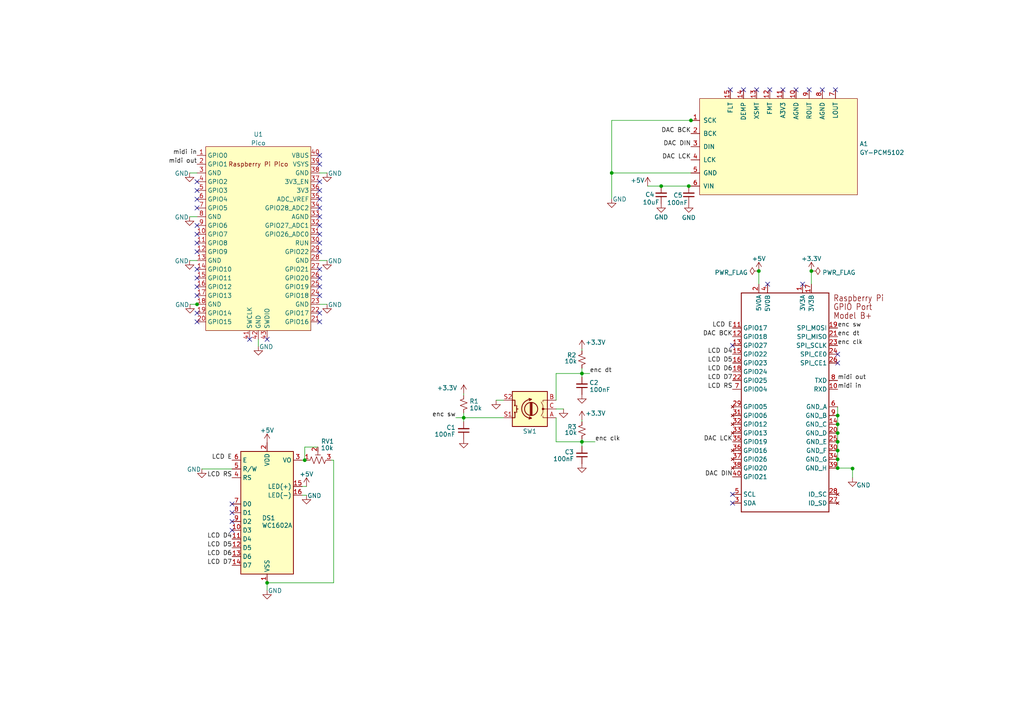
<source format=kicad_sch>
(kicad_sch (version 20211123) (generator eeschema)

  (uuid 3f4e2aa2-7c09-4fdd-b51f-2d07f0203efa)

  (paper "A4")

  (lib_symbols
    (symbol "4ms_Power-symbol:GND" (power) (pin_names (offset 0)) (in_bom yes) (on_board yes)
      (property "Reference" "#PWR" (id 0) (at 0 -6.35 0)
        (effects (font (size 1.27 1.27)) hide)
      )
      (property "Value" "GND" (id 1) (at 0 -3.81 0)
        (effects (font (size 1.27 1.27)))
      )
      (property "Footprint" "" (id 2) (at 0 0 0)
        (effects (font (size 1.27 1.27)) hide)
      )
      (property "Datasheet" "" (id 3) (at 0 0 0)
        (effects (font (size 1.27 1.27)) hide)
      )
      (symbol "GND_0_1"
        (polyline
          (pts
            (xy 0 0)
            (xy 0 -1.27)
            (xy 1.27 -1.27)
            (xy 0 -2.54)
            (xy -1.27 -1.27)
            (xy 0 -1.27)
          )
          (stroke (width 0) (type default) (color 0 0 0 0))
          (fill (type none))
        )
      )
      (symbol "GND_1_1"
        (pin power_in line (at 0 0 270) (length 0) hide
          (name "GND" (effects (font (size 1.27 1.27))))
          (number "1" (effects (font (size 1.27 1.27))))
        )
      )
    )
    (symbol "Device:C_Small" (pin_numbers hide) (pin_names (offset 0.254) hide) (in_bom yes) (on_board yes)
      (property "Reference" "C" (id 0) (at 0.254 1.778 0)
        (effects (font (size 1.27 1.27)) (justify left))
      )
      (property "Value" "C_Small" (id 1) (at 0.254 -2.032 0)
        (effects (font (size 1.27 1.27)) (justify left))
      )
      (property "Footprint" "" (id 2) (at 0 0 0)
        (effects (font (size 1.27 1.27)) hide)
      )
      (property "Datasheet" "~" (id 3) (at 0 0 0)
        (effects (font (size 1.27 1.27)) hide)
      )
      (property "ki_keywords" "capacitor cap" (id 4) (at 0 0 0)
        (effects (font (size 1.27 1.27)) hide)
      )
      (property "ki_description" "Unpolarized capacitor, small symbol" (id 5) (at 0 0 0)
        (effects (font (size 1.27 1.27)) hide)
      )
      (property "ki_fp_filters" "C_*" (id 6) (at 0 0 0)
        (effects (font (size 1.27 1.27)) hide)
      )
      (symbol "C_Small_0_1"
        (polyline
          (pts
            (xy -1.524 -0.508)
            (xy 1.524 -0.508)
          )
          (stroke (width 0.3302) (type default) (color 0 0 0 0))
          (fill (type none))
        )
        (polyline
          (pts
            (xy -1.524 0.508)
            (xy 1.524 0.508)
          )
          (stroke (width 0.3048) (type default) (color 0 0 0 0))
          (fill (type none))
        )
      )
      (symbol "C_Small_1_1"
        (pin passive line (at 0 2.54 270) (length 2.032)
          (name "~" (effects (font (size 1.27 1.27))))
          (number "1" (effects (font (size 1.27 1.27))))
        )
        (pin passive line (at 0 -2.54 90) (length 2.032)
          (name "~" (effects (font (size 1.27 1.27))))
          (number "2" (effects (font (size 1.27 1.27))))
        )
      )
    )
    (symbol "Device:R_Potentiometer_Trim_US" (pin_names (offset 1.016) hide) (in_bom yes) (on_board yes)
      (property "Reference" "RV" (id 0) (at -4.445 0 90)
        (effects (font (size 1.27 1.27)))
      )
      (property "Value" "R_Potentiometer_Trim_US" (id 1) (at -2.54 0 90)
        (effects (font (size 1.27 1.27)))
      )
      (property "Footprint" "" (id 2) (at 0 0 0)
        (effects (font (size 1.27 1.27)) hide)
      )
      (property "Datasheet" "~" (id 3) (at 0 0 0)
        (effects (font (size 1.27 1.27)) hide)
      )
      (property "ki_keywords" "resistor variable trimpot trimmer" (id 4) (at 0 0 0)
        (effects (font (size 1.27 1.27)) hide)
      )
      (property "ki_description" "Trim-potentiometer, US symbol" (id 5) (at 0 0 0)
        (effects (font (size 1.27 1.27)) hide)
      )
      (property "ki_fp_filters" "Potentiometer*" (id 6) (at 0 0 0)
        (effects (font (size 1.27 1.27)) hide)
      )
      (symbol "R_Potentiometer_Trim_US_0_1"
        (polyline
          (pts
            (xy 0 -2.286)
            (xy 0 -2.54)
          )
          (stroke (width 0) (type default) (color 0 0 0 0))
          (fill (type none))
        )
        (polyline
          (pts
            (xy 0 2.286)
            (xy 0 2.54)
          )
          (stroke (width 0) (type default) (color 0 0 0 0))
          (fill (type none))
        )
        (polyline
          (pts
            (xy 1.524 0.762)
            (xy 1.524 -0.762)
          )
          (stroke (width 0) (type default) (color 0 0 0 0))
          (fill (type none))
        )
        (polyline
          (pts
            (xy 2.54 0)
            (xy 1.524 0)
          )
          (stroke (width 0) (type default) (color 0 0 0 0))
          (fill (type none))
        )
        (polyline
          (pts
            (xy 0 -0.762)
            (xy 1.016 -1.143)
            (xy 0 -1.524)
            (xy -1.016 -1.905)
            (xy 0 -2.286)
          )
          (stroke (width 0) (type default) (color 0 0 0 0))
          (fill (type none))
        )
        (polyline
          (pts
            (xy 0 0.762)
            (xy 1.016 0.381)
            (xy 0 0)
            (xy -1.016 -0.381)
            (xy 0 -0.762)
          )
          (stroke (width 0) (type default) (color 0 0 0 0))
          (fill (type none))
        )
        (polyline
          (pts
            (xy 0 2.286)
            (xy 1.016 1.905)
            (xy 0 1.524)
            (xy -1.016 1.143)
            (xy 0 0.762)
          )
          (stroke (width 0) (type default) (color 0 0 0 0))
          (fill (type none))
        )
      )
      (symbol "R_Potentiometer_Trim_US_1_1"
        (pin passive line (at 0 3.81 270) (length 1.27)
          (name "1" (effects (font (size 1.27 1.27))))
          (number "1" (effects (font (size 1.27 1.27))))
        )
        (pin passive line (at 3.81 0 180) (length 1.27)
          (name "2" (effects (font (size 1.27 1.27))))
          (number "2" (effects (font (size 1.27 1.27))))
        )
        (pin passive line (at 0 -3.81 90) (length 1.27)
          (name "3" (effects (font (size 1.27 1.27))))
          (number "3" (effects (font (size 1.27 1.27))))
        )
      )
    )
    (symbol "Device:R_Small_US" (pin_numbers hide) (pin_names (offset 0.254) hide) (in_bom yes) (on_board yes)
      (property "Reference" "R" (id 0) (at 0.762 0.508 0)
        (effects (font (size 1.27 1.27)) (justify left))
      )
      (property "Value" "R_Small_US" (id 1) (at 0.762 -1.016 0)
        (effects (font (size 1.27 1.27)) (justify left))
      )
      (property "Footprint" "" (id 2) (at 0 0 0)
        (effects (font (size 1.27 1.27)) hide)
      )
      (property "Datasheet" "~" (id 3) (at 0 0 0)
        (effects (font (size 1.27 1.27)) hide)
      )
      (property "ki_keywords" "r resistor" (id 4) (at 0 0 0)
        (effects (font (size 1.27 1.27)) hide)
      )
      (property "ki_description" "Resistor, small US symbol" (id 5) (at 0 0 0)
        (effects (font (size 1.27 1.27)) hide)
      )
      (property "ki_fp_filters" "R_*" (id 6) (at 0 0 0)
        (effects (font (size 1.27 1.27)) hide)
      )
      (symbol "R_Small_US_1_1"
        (polyline
          (pts
            (xy 0 0)
            (xy 1.016 -0.381)
            (xy 0 -0.762)
            (xy -1.016 -1.143)
            (xy 0 -1.524)
          )
          (stroke (width 0) (type default) (color 0 0 0 0))
          (fill (type none))
        )
        (polyline
          (pts
            (xy 0 1.524)
            (xy 1.016 1.143)
            (xy 0 0.762)
            (xy -1.016 0.381)
            (xy 0 0)
          )
          (stroke (width 0) (type default) (color 0 0 0 0))
          (fill (type none))
        )
        (pin passive line (at 0 2.54 270) (length 1.016)
          (name "~" (effects (font (size 1.27 1.27))))
          (number "1" (effects (font (size 1.27 1.27))))
        )
        (pin passive line (at 0 -2.54 90) (length 1.016)
          (name "~" (effects (font (size 1.27 1.27))))
          (number "2" (effects (font (size 1.27 1.27))))
        )
      )
    )
    (symbol "Device:RotaryEncoder_Switch" (pin_names (offset 0.254) hide) (in_bom yes) (on_board yes)
      (property "Reference" "SW" (id 0) (at 0 6.604 0)
        (effects (font (size 1.27 1.27)))
      )
      (property "Value" "RotaryEncoder_Switch" (id 1) (at 0 -6.604 0)
        (effects (font (size 1.27 1.27)))
      )
      (property "Footprint" "" (id 2) (at -3.81 4.064 0)
        (effects (font (size 1.27 1.27)) hide)
      )
      (property "Datasheet" "~" (id 3) (at 0 6.604 0)
        (effects (font (size 1.27 1.27)) hide)
      )
      (property "ki_keywords" "rotary switch encoder switch push button" (id 4) (at 0 0 0)
        (effects (font (size 1.27 1.27)) hide)
      )
      (property "ki_description" "Rotary encoder, dual channel, incremental quadrate outputs, with switch" (id 5) (at 0 0 0)
        (effects (font (size 1.27 1.27)) hide)
      )
      (property "ki_fp_filters" "RotaryEncoder*Switch*" (id 6) (at 0 0 0)
        (effects (font (size 1.27 1.27)) hide)
      )
      (symbol "RotaryEncoder_Switch_0_1"
        (rectangle (start -5.08 5.08) (end 5.08 -5.08)
          (stroke (width 0.254) (type default) (color 0 0 0 0))
          (fill (type background))
        )
        (circle (center -3.81 0) (radius 0.254)
          (stroke (width 0) (type default) (color 0 0 0 0))
          (fill (type outline))
        )
        (arc (start -0.381 -2.794) (mid 2.3622 -0.0508) (end -0.381 2.667)
          (stroke (width 0.254) (type default) (color 0 0 0 0))
          (fill (type none))
        )
        (circle (center -0.381 0) (radius 1.905)
          (stroke (width 0.254) (type default) (color 0 0 0 0))
          (fill (type none))
        )
        (polyline
          (pts
            (xy -0.635 -1.778)
            (xy -0.635 1.778)
          )
          (stroke (width 0.254) (type default) (color 0 0 0 0))
          (fill (type none))
        )
        (polyline
          (pts
            (xy -0.381 -1.778)
            (xy -0.381 1.778)
          )
          (stroke (width 0.254) (type default) (color 0 0 0 0))
          (fill (type none))
        )
        (polyline
          (pts
            (xy -0.127 1.778)
            (xy -0.127 -1.778)
          )
          (stroke (width 0.254) (type default) (color 0 0 0 0))
          (fill (type none))
        )
        (polyline
          (pts
            (xy 3.81 0)
            (xy 3.429 0)
          )
          (stroke (width 0.254) (type default) (color 0 0 0 0))
          (fill (type none))
        )
        (polyline
          (pts
            (xy 3.81 1.016)
            (xy 3.81 -1.016)
          )
          (stroke (width 0.254) (type default) (color 0 0 0 0))
          (fill (type none))
        )
        (polyline
          (pts
            (xy -5.08 -2.54)
            (xy -3.81 -2.54)
            (xy -3.81 -2.032)
          )
          (stroke (width 0) (type default) (color 0 0 0 0))
          (fill (type none))
        )
        (polyline
          (pts
            (xy -5.08 2.54)
            (xy -3.81 2.54)
            (xy -3.81 2.032)
          )
          (stroke (width 0) (type default) (color 0 0 0 0))
          (fill (type none))
        )
        (polyline
          (pts
            (xy 0.254 -3.048)
            (xy -0.508 -2.794)
            (xy 0.127 -2.413)
          )
          (stroke (width 0.254) (type default) (color 0 0 0 0))
          (fill (type none))
        )
        (polyline
          (pts
            (xy 0.254 2.921)
            (xy -0.508 2.667)
            (xy 0.127 2.286)
          )
          (stroke (width 0.254) (type default) (color 0 0 0 0))
          (fill (type none))
        )
        (polyline
          (pts
            (xy 5.08 -2.54)
            (xy 4.318 -2.54)
            (xy 4.318 -1.016)
          )
          (stroke (width 0.254) (type default) (color 0 0 0 0))
          (fill (type none))
        )
        (polyline
          (pts
            (xy 5.08 2.54)
            (xy 4.318 2.54)
            (xy 4.318 1.016)
          )
          (stroke (width 0.254) (type default) (color 0 0 0 0))
          (fill (type none))
        )
        (polyline
          (pts
            (xy -5.08 0)
            (xy -3.81 0)
            (xy -3.81 -1.016)
            (xy -3.302 -2.032)
          )
          (stroke (width 0) (type default) (color 0 0 0 0))
          (fill (type none))
        )
        (polyline
          (pts
            (xy -4.318 0)
            (xy -3.81 0)
            (xy -3.81 1.016)
            (xy -3.302 2.032)
          )
          (stroke (width 0) (type default) (color 0 0 0 0))
          (fill (type none))
        )
        (circle (center 4.318 -1.016) (radius 0.127)
          (stroke (width 0.254) (type default) (color 0 0 0 0))
          (fill (type none))
        )
        (circle (center 4.318 1.016) (radius 0.127)
          (stroke (width 0.254) (type default) (color 0 0 0 0))
          (fill (type none))
        )
      )
      (symbol "RotaryEncoder_Switch_1_1"
        (pin passive line (at -7.62 2.54 0) (length 2.54)
          (name "A" (effects (font (size 1.27 1.27))))
          (number "A" (effects (font (size 1.27 1.27))))
        )
        (pin passive line (at -7.62 -2.54 0) (length 2.54)
          (name "B" (effects (font (size 1.27 1.27))))
          (number "B" (effects (font (size 1.27 1.27))))
        )
        (pin passive line (at -7.62 0 0) (length 2.54)
          (name "C" (effects (font (size 1.27 1.27))))
          (number "C" (effects (font (size 1.27 1.27))))
        )
        (pin passive line (at 7.62 2.54 180) (length 2.54)
          (name "S1" (effects (font (size 1.27 1.27))))
          (number "S1" (effects (font (size 1.27 1.27))))
        )
        (pin passive line (at 7.62 -2.54 180) (length 2.54)
          (name "S2" (effects (font (size 1.27 1.27))))
          (number "S2" (effects (font (size 1.27 1.27))))
        )
      )
    )
    (symbol "Display_Character:WC1602A" (in_bom yes) (on_board yes)
      (property "Reference" "DS" (id 0) (at -5.842 19.05 0)
        (effects (font (size 1.27 1.27)))
      )
      (property "Value" "WC1602A" (id 1) (at 5.334 19.05 0)
        (effects (font (size 1.27 1.27)))
      )
      (property "Footprint" "Display:WC1602A" (id 2) (at 0 -22.86 0)
        (effects (font (size 1.27 1.27) italic) hide)
      )
      (property "Datasheet" "http://www.wincomlcd.com/pdf/WC1602A-SFYLYHTC06.pdf" (id 3) (at 17.78 0 0)
        (effects (font (size 1.27 1.27)) hide)
      )
      (property "ki_keywords" "display LCD dot-matrix" (id 4) (at 0 0 0)
        (effects (font (size 1.27 1.27)) hide)
      )
      (property "ki_description" "LCD 16x2 Alphanumeric , 8 bit parallel bus, 5V VDD" (id 5) (at 0 0 0)
        (effects (font (size 1.27 1.27)) hide)
      )
      (property "ki_fp_filters" "*WC*1602A*" (id 6) (at 0 0 0)
        (effects (font (size 1.27 1.27)) hide)
      )
      (symbol "WC1602A_1_1"
        (rectangle (start -7.62 17.78) (end 7.62 -17.78)
          (stroke (width 0.254) (type default) (color 0 0 0 0))
          (fill (type background))
        )
        (pin power_in line (at 0 -20.32 90) (length 2.54)
          (name "VSS" (effects (font (size 1.27 1.27))))
          (number "1" (effects (font (size 1.27 1.27))))
        )
        (pin input line (at -10.16 -5.08 0) (length 2.54)
          (name "D3" (effects (font (size 1.27 1.27))))
          (number "10" (effects (font (size 1.27 1.27))))
        )
        (pin input line (at -10.16 -7.62 0) (length 2.54)
          (name "D4" (effects (font (size 1.27 1.27))))
          (number "11" (effects (font (size 1.27 1.27))))
        )
        (pin input line (at -10.16 -10.16 0) (length 2.54)
          (name "D5" (effects (font (size 1.27 1.27))))
          (number "12" (effects (font (size 1.27 1.27))))
        )
        (pin input line (at -10.16 -12.7 0) (length 2.54)
          (name "D6" (effects (font (size 1.27 1.27))))
          (number "13" (effects (font (size 1.27 1.27))))
        )
        (pin input line (at -10.16 -15.24 0) (length 2.54)
          (name "D7" (effects (font (size 1.27 1.27))))
          (number "14" (effects (font (size 1.27 1.27))))
        )
        (pin power_in line (at 10.16 7.62 180) (length 2.54)
          (name "LED(+)" (effects (font (size 1.27 1.27))))
          (number "15" (effects (font (size 1.27 1.27))))
        )
        (pin power_in line (at 10.16 5.08 180) (length 2.54)
          (name "LED(-)" (effects (font (size 1.27 1.27))))
          (number "16" (effects (font (size 1.27 1.27))))
        )
        (pin power_in line (at 0 20.32 270) (length 2.54)
          (name "VDD" (effects (font (size 1.27 1.27))))
          (number "2" (effects (font (size 1.27 1.27))))
        )
        (pin input line (at 10.16 15.24 180) (length 2.54)
          (name "VO" (effects (font (size 1.27 1.27))))
          (number "3" (effects (font (size 1.27 1.27))))
        )
        (pin input line (at -10.16 10.16 0) (length 2.54)
          (name "RS" (effects (font (size 1.27 1.27))))
          (number "4" (effects (font (size 1.27 1.27))))
        )
        (pin input line (at -10.16 12.7 0) (length 2.54)
          (name "R/W" (effects (font (size 1.27 1.27))))
          (number "5" (effects (font (size 1.27 1.27))))
        )
        (pin input line (at -10.16 15.24 0) (length 2.54)
          (name "E" (effects (font (size 1.27 1.27))))
          (number "6" (effects (font (size 1.27 1.27))))
        )
        (pin input line (at -10.16 2.54 0) (length 2.54)
          (name "D0" (effects (font (size 1.27 1.27))))
          (number "7" (effects (font (size 1.27 1.27))))
        )
        (pin input line (at -10.16 0 0) (length 2.54)
          (name "D1" (effects (font (size 1.27 1.27))))
          (number "8" (effects (font (size 1.27 1.27))))
        )
        (pin input line (at -10.16 -2.54 0) (length 2.54)
          (name "D2" (effects (font (size 1.27 1.27))))
          (number "9" (effects (font (size 1.27 1.27))))
        )
      )
    )
    (symbol "MCU_RaspberryPi_and_Boards:Pico" (in_bom yes) (on_board yes)
      (property "Reference" "U" (id 0) (at -13.97 27.94 0)
        (effects (font (size 1.27 1.27)))
      )
      (property "Value" "Pico" (id 1) (at 0 19.05 0)
        (effects (font (size 1.27 1.27)))
      )
      (property "Footprint" "RPi_Pico:RPi_Pico_SMD_TH" (id 2) (at 0 0 90)
        (effects (font (size 1.27 1.27)) hide)
      )
      (property "Datasheet" "" (id 3) (at 0 0 0)
        (effects (font (size 1.27 1.27)) hide)
      )
      (symbol "Pico_0_0"
        (text "Raspberry Pi Pico" (at 0 21.59 0)
          (effects (font (size 1.27 1.27)))
        )
      )
      (symbol "Pico_0_1"
        (rectangle (start -15.24 26.67) (end 15.24 -26.67)
          (stroke (width 0) (type default) (color 0 0 0 0))
          (fill (type background))
        )
      )
      (symbol "Pico_1_1"
        (pin bidirectional line (at -17.78 24.13 0) (length 2.54)
          (name "GPIO0" (effects (font (size 1.27 1.27))))
          (number "1" (effects (font (size 1.27 1.27))))
        )
        (pin bidirectional line (at -17.78 1.27 0) (length 2.54)
          (name "GPIO7" (effects (font (size 1.27 1.27))))
          (number "10" (effects (font (size 1.27 1.27))))
        )
        (pin bidirectional line (at -17.78 -1.27 0) (length 2.54)
          (name "GPIO8" (effects (font (size 1.27 1.27))))
          (number "11" (effects (font (size 1.27 1.27))))
        )
        (pin bidirectional line (at -17.78 -3.81 0) (length 2.54)
          (name "GPIO9" (effects (font (size 1.27 1.27))))
          (number "12" (effects (font (size 1.27 1.27))))
        )
        (pin power_in line (at -17.78 -6.35 0) (length 2.54)
          (name "GND" (effects (font (size 1.27 1.27))))
          (number "13" (effects (font (size 1.27 1.27))))
        )
        (pin bidirectional line (at -17.78 -8.89 0) (length 2.54)
          (name "GPIO10" (effects (font (size 1.27 1.27))))
          (number "14" (effects (font (size 1.27 1.27))))
        )
        (pin bidirectional line (at -17.78 -11.43 0) (length 2.54)
          (name "GPIO11" (effects (font (size 1.27 1.27))))
          (number "15" (effects (font (size 1.27 1.27))))
        )
        (pin bidirectional line (at -17.78 -13.97 0) (length 2.54)
          (name "GPIO12" (effects (font (size 1.27 1.27))))
          (number "16" (effects (font (size 1.27 1.27))))
        )
        (pin bidirectional line (at -17.78 -16.51 0) (length 2.54)
          (name "GPIO13" (effects (font (size 1.27 1.27))))
          (number "17" (effects (font (size 1.27 1.27))))
        )
        (pin power_in line (at -17.78 -19.05 0) (length 2.54)
          (name "GND" (effects (font (size 1.27 1.27))))
          (number "18" (effects (font (size 1.27 1.27))))
        )
        (pin bidirectional line (at -17.78 -21.59 0) (length 2.54)
          (name "GPIO14" (effects (font (size 1.27 1.27))))
          (number "19" (effects (font (size 1.27 1.27))))
        )
        (pin bidirectional line (at -17.78 21.59 0) (length 2.54)
          (name "GPIO1" (effects (font (size 1.27 1.27))))
          (number "2" (effects (font (size 1.27 1.27))))
        )
        (pin bidirectional line (at -17.78 -24.13 0) (length 2.54)
          (name "GPIO15" (effects (font (size 1.27 1.27))))
          (number "20" (effects (font (size 1.27 1.27))))
        )
        (pin bidirectional line (at 17.78 -24.13 180) (length 2.54)
          (name "GPIO16" (effects (font (size 1.27 1.27))))
          (number "21" (effects (font (size 1.27 1.27))))
        )
        (pin bidirectional line (at 17.78 -21.59 180) (length 2.54)
          (name "GPIO17" (effects (font (size 1.27 1.27))))
          (number "22" (effects (font (size 1.27 1.27))))
        )
        (pin power_in line (at 17.78 -19.05 180) (length 2.54)
          (name "GND" (effects (font (size 1.27 1.27))))
          (number "23" (effects (font (size 1.27 1.27))))
        )
        (pin bidirectional line (at 17.78 -16.51 180) (length 2.54)
          (name "GPIO18" (effects (font (size 1.27 1.27))))
          (number "24" (effects (font (size 1.27 1.27))))
        )
        (pin bidirectional line (at 17.78 -13.97 180) (length 2.54)
          (name "GPIO19" (effects (font (size 1.27 1.27))))
          (number "25" (effects (font (size 1.27 1.27))))
        )
        (pin bidirectional line (at 17.78 -11.43 180) (length 2.54)
          (name "GPIO20" (effects (font (size 1.27 1.27))))
          (number "26" (effects (font (size 1.27 1.27))))
        )
        (pin bidirectional line (at 17.78 -8.89 180) (length 2.54)
          (name "GPIO21" (effects (font (size 1.27 1.27))))
          (number "27" (effects (font (size 1.27 1.27))))
        )
        (pin power_in line (at 17.78 -6.35 180) (length 2.54)
          (name "GND" (effects (font (size 1.27 1.27))))
          (number "28" (effects (font (size 1.27 1.27))))
        )
        (pin bidirectional line (at 17.78 -3.81 180) (length 2.54)
          (name "GPIO22" (effects (font (size 1.27 1.27))))
          (number "29" (effects (font (size 1.27 1.27))))
        )
        (pin power_in line (at -17.78 19.05 0) (length 2.54)
          (name "GND" (effects (font (size 1.27 1.27))))
          (number "3" (effects (font (size 1.27 1.27))))
        )
        (pin input line (at 17.78 -1.27 180) (length 2.54)
          (name "RUN" (effects (font (size 1.27 1.27))))
          (number "30" (effects (font (size 1.27 1.27))))
        )
        (pin bidirectional line (at 17.78 1.27 180) (length 2.54)
          (name "GPIO26_ADC0" (effects (font (size 1.27 1.27))))
          (number "31" (effects (font (size 1.27 1.27))))
        )
        (pin bidirectional line (at 17.78 3.81 180) (length 2.54)
          (name "GPIO27_ADC1" (effects (font (size 1.27 1.27))))
          (number "32" (effects (font (size 1.27 1.27))))
        )
        (pin power_in line (at 17.78 6.35 180) (length 2.54)
          (name "AGND" (effects (font (size 1.27 1.27))))
          (number "33" (effects (font (size 1.27 1.27))))
        )
        (pin bidirectional line (at 17.78 8.89 180) (length 2.54)
          (name "GPIO28_ADC2" (effects (font (size 1.27 1.27))))
          (number "34" (effects (font (size 1.27 1.27))))
        )
        (pin power_in line (at 17.78 11.43 180) (length 2.54)
          (name "ADC_VREF" (effects (font (size 1.27 1.27))))
          (number "35" (effects (font (size 1.27 1.27))))
        )
        (pin power_in line (at 17.78 13.97 180) (length 2.54)
          (name "3V3" (effects (font (size 1.27 1.27))))
          (number "36" (effects (font (size 1.27 1.27))))
        )
        (pin input line (at 17.78 16.51 180) (length 2.54)
          (name "3V3_EN" (effects (font (size 1.27 1.27))))
          (number "37" (effects (font (size 1.27 1.27))))
        )
        (pin bidirectional line (at 17.78 19.05 180) (length 2.54)
          (name "GND" (effects (font (size 1.27 1.27))))
          (number "38" (effects (font (size 1.27 1.27))))
        )
        (pin power_in line (at 17.78 21.59 180) (length 2.54)
          (name "VSYS" (effects (font (size 1.27 1.27))))
          (number "39" (effects (font (size 1.27 1.27))))
        )
        (pin bidirectional line (at -17.78 16.51 0) (length 2.54)
          (name "GPIO2" (effects (font (size 1.27 1.27))))
          (number "4" (effects (font (size 1.27 1.27))))
        )
        (pin power_in line (at 17.78 24.13 180) (length 2.54)
          (name "VBUS" (effects (font (size 1.27 1.27))))
          (number "40" (effects (font (size 1.27 1.27))))
        )
        (pin input line (at -2.54 -29.21 90) (length 2.54)
          (name "SWCLK" (effects (font (size 1.27 1.27))))
          (number "41" (effects (font (size 1.27 1.27))))
        )
        (pin power_in line (at 0 -29.21 90) (length 2.54)
          (name "GND" (effects (font (size 1.27 1.27))))
          (number "42" (effects (font (size 1.27 1.27))))
        )
        (pin bidirectional line (at 2.54 -29.21 90) (length 2.54)
          (name "SWDIO" (effects (font (size 1.27 1.27))))
          (number "43" (effects (font (size 1.27 1.27))))
        )
        (pin bidirectional line (at -17.78 13.97 0) (length 2.54)
          (name "GPIO3" (effects (font (size 1.27 1.27))))
          (number "5" (effects (font (size 1.27 1.27))))
        )
        (pin bidirectional line (at -17.78 11.43 0) (length 2.54)
          (name "GPIO4" (effects (font (size 1.27 1.27))))
          (number "6" (effects (font (size 1.27 1.27))))
        )
        (pin bidirectional line (at -17.78 8.89 0) (length 2.54)
          (name "GPIO5" (effects (font (size 1.27 1.27))))
          (number "7" (effects (font (size 1.27 1.27))))
        )
        (pin power_in line (at -17.78 6.35 0) (length 2.54)
          (name "GND" (effects (font (size 1.27 1.27))))
          (number "8" (effects (font (size 1.27 1.27))))
        )
        (pin bidirectional line (at -17.78 3.81 0) (length 2.54)
          (name "GPIO6" (effects (font (size 1.27 1.27))))
          (number "9" (effects (font (size 1.27 1.27))))
        )
      )
    )
    (symbol "gy-pcm5102:GY-PCM5102" (pin_names (offset 1.016)) (in_bom yes) (on_board yes)
      (property "Reference" "A" (id 0) (at -21.59 15.24 0)
        (effects (font (size 1.27 1.27)))
      )
      (property "Value" "GY-PCM5102" (id 1) (at 3.81 -5.08 0)
        (effects (font (size 1.27 1.27)))
      )
      (property "Footprint" "" (id 2) (at -17.78 -2.54 0)
        (effects (font (size 1.27 1.27)) hide)
      )
      (property "Datasheet" "" (id 3) (at -17.78 -2.54 0)
        (effects (font (size 1.27 1.27)) hide)
      )
      (symbol "GY-PCM5102_0_1"
        (rectangle (start -22.86 13.97) (end 22.86 -13.97)
          (stroke (width 0) (type default) (color 0 0 0 0))
          (fill (type background))
        )
      )
      (symbol "GY-PCM5102_1_1"
        (pin input line (at -25.4 7.62 0) (length 2.54)
          (name "SCK" (effects (font (size 1.27 1.27))))
          (number "1" (effects (font (size 1.27 1.27))))
        )
        (pin passive line (at 5.08 16.51 270) (length 2.54)
          (name "AGND" (effects (font (size 1.27 1.27))))
          (number "10" (effects (font (size 1.27 1.27))))
        )
        (pin power_out line (at 1.27 16.51 270) (length 2.54)
          (name "A3V3" (effects (font (size 1.27 1.27))))
          (number "11" (effects (font (size 1.27 1.27))))
        )
        (pin input line (at -2.54 16.51 270) (length 2.54)
          (name "FMT" (effects (font (size 1.27 1.27))))
          (number "12" (effects (font (size 1.27 1.27))))
        )
        (pin input line (at -6.35 16.51 270) (length 2.54)
          (name "XSMT" (effects (font (size 1.27 1.27))))
          (number "13" (effects (font (size 1.27 1.27))))
        )
        (pin input line (at -10.16 16.51 270) (length 2.54)
          (name "DEMP" (effects (font (size 1.27 1.27))))
          (number "14" (effects (font (size 1.27 1.27))))
        )
        (pin input line (at -13.97 16.51 270) (length 2.54)
          (name "FLT" (effects (font (size 1.27 1.27))))
          (number "15" (effects (font (size 1.27 1.27))))
        )
        (pin input line (at -25.4 3.81 0) (length 2.54)
          (name "BCK" (effects (font (size 1.27 1.27))))
          (number "2" (effects (font (size 1.27 1.27))))
        )
        (pin input line (at -25.4 0 0) (length 2.54)
          (name "DIN" (effects (font (size 1.27 1.27))))
          (number "3" (effects (font (size 1.27 1.27))))
        )
        (pin input line (at -25.4 -3.81 0) (length 2.54)
          (name "LCK" (effects (font (size 1.27 1.27))))
          (number "4" (effects (font (size 1.27 1.27))))
        )
        (pin power_in line (at -25.4 -7.62 0) (length 2.54)
          (name "GND" (effects (font (size 1.27 1.27))))
          (number "5" (effects (font (size 1.27 1.27))))
        )
        (pin power_in line (at -25.4 -11.43 0) (length 2.54)
          (name "VIN" (effects (font (size 1.27 1.27))))
          (number "6" (effects (font (size 1.27 1.27))))
        )
        (pin output line (at 16.51 16.51 270) (length 2.54)
          (name "LOUT" (effects (font (size 1.27 1.27))))
          (number "7" (effects (font (size 1.27 1.27))))
        )
        (pin passive line (at 12.7 16.51 270) (length 2.54)
          (name "AGND" (effects (font (size 1.27 1.27))))
          (number "8" (effects (font (size 1.27 1.27))))
        )
        (pin output line (at 8.89 16.51 270) (length 2.54)
          (name "ROUT" (effects (font (size 1.27 1.27))))
          (number "9" (effects (font (size 1.27 1.27))))
        )
      )
    )
    (symbol "norns-shield-210330-eagle-import:RASPI_BOARD_B+#_E0" (in_bom yes) (on_board yes)
      (property "Reference" "X" (id 0) (at 0 0 0)
        (effects (font (size 1.27 1.27)) hide)
      )
      (property "Value" "RASPI_BOARD_B+#_E0" (id 1) (at 0 0 0)
        (effects (font (size 1.27 1.27)) hide)
      )
      (property "Footprint" "norns-shield-210330:RASPI_BOARD_B+_EDGES_0DRILL" (id 2) (at 0 0 0)
        (effects (font (size 1.27 1.27)) hide)
      )
      (property "Datasheet" "" (id 3) (at 0 0 0)
        (effects (font (size 1.27 1.27)) hide)
      )
      (property "ki_locked" "" (id 4) (at 0 0 0)
        (effects (font (size 1.27 1.27)))
      )
      (symbol "RASPI_BOARD_B+#_E0_1_0"
        (polyline
          (pts
            (xy -12.7 -38.1)
            (xy -12.7 25.4)
          )
          (stroke (width 0.254) (type default) (color 0 0 0 0))
          (fill (type none))
        )
        (polyline
          (pts
            (xy -12.7 25.4)
            (xy 12.7 25.4)
          )
          (stroke (width 0.254) (type default) (color 0 0 0 0))
          (fill (type none))
        )
        (polyline
          (pts
            (xy 12.7 -38.1)
            (xy -12.7 -38.1)
          )
          (stroke (width 0.254) (type default) (color 0 0 0 0))
          (fill (type none))
        )
        (polyline
          (pts
            (xy 12.7 25.4)
            (xy 12.7 -38.1)
          )
          (stroke (width 0.254) (type default) (color 0 0 0 0))
          (fill (type none))
        )
        (text "GPIO Port" (at 13.97 20.32 0)
          (effects (font (size 1.778 1.5113)) (justify left bottom))
        )
        (text "Model B+" (at 13.97 17.78 0)
          (effects (font (size 1.778 1.5113)) (justify left bottom))
        )
        (text "Raspberry Pi" (at 13.97 22.86 0)
          (effects (font (size 1.778 1.5113)) (justify left bottom))
        )
        (pin power_in line (at 5.08 27.94 270) (length 2.54)
          (name "3V3A" (effects (font (size 1.27 1.27))))
          (number "1" (effects (font (size 1.27 1.27))))
        )
        (pin bidirectional line (at 15.24 -2.54 180) (length 2.54)
          (name "RXD" (effects (font (size 1.27 1.27))))
          (number "10" (effects (font (size 1.27 1.27))))
        )
        (pin bidirectional line (at -15.24 15.24 0) (length 2.54)
          (name "GPIO17" (effects (font (size 1.27 1.27))))
          (number "11" (effects (font (size 1.27 1.27))))
        )
        (pin bidirectional line (at -15.24 12.7 0) (length 2.54)
          (name "GPIO18" (effects (font (size 1.27 1.27))))
          (number "12" (effects (font (size 1.27 1.27))))
        )
        (pin bidirectional line (at -15.24 10.16 0) (length 2.54)
          (name "GPIO27" (effects (font (size 1.27 1.27))))
          (number "13" (effects (font (size 1.27 1.27))))
        )
        (pin power_in line (at 15.24 -12.7 180) (length 2.54)
          (name "GND_C" (effects (font (size 1.27 1.27))))
          (number "14" (effects (font (size 1.27 1.27))))
        )
        (pin bidirectional line (at -15.24 7.62 0) (length 2.54)
          (name "GPIO22" (effects (font (size 1.27 1.27))))
          (number "15" (effects (font (size 1.27 1.27))))
        )
        (pin bidirectional line (at -15.24 5.08 0) (length 2.54)
          (name "GPIO23" (effects (font (size 1.27 1.27))))
          (number "16" (effects (font (size 1.27 1.27))))
        )
        (pin power_in line (at 7.62 27.94 270) (length 2.54)
          (name "3V3B" (effects (font (size 1.27 1.27))))
          (number "17" (effects (font (size 1.27 1.27))))
        )
        (pin bidirectional line (at -15.24 2.54 0) (length 2.54)
          (name "GPIO24" (effects (font (size 1.27 1.27))))
          (number "18" (effects (font (size 1.27 1.27))))
        )
        (pin bidirectional line (at 15.24 15.24 180) (length 2.54)
          (name "SPI_MOSI" (effects (font (size 1.27 1.27))))
          (number "19" (effects (font (size 1.27 1.27))))
        )
        (pin power_in line (at -7.62 27.94 270) (length 2.54)
          (name "5V0A" (effects (font (size 1.27 1.27))))
          (number "2" (effects (font (size 1.27 1.27))))
        )
        (pin power_in line (at 15.24 -15.24 180) (length 2.54)
          (name "GND_D" (effects (font (size 1.27 1.27))))
          (number "20" (effects (font (size 1.27 1.27))))
        )
        (pin bidirectional line (at 15.24 12.7 180) (length 2.54)
          (name "SPI_MISO" (effects (font (size 1.27 1.27))))
          (number "21" (effects (font (size 1.27 1.27))))
        )
        (pin bidirectional line (at -15.24 0 0) (length 2.54)
          (name "GPIO25" (effects (font (size 1.27 1.27))))
          (number "22" (effects (font (size 1.27 1.27))))
        )
        (pin bidirectional line (at 15.24 10.16 180) (length 2.54)
          (name "SPI_SCLK" (effects (font (size 1.27 1.27))))
          (number "23" (effects (font (size 1.27 1.27))))
        )
        (pin bidirectional line (at 15.24 7.62 180) (length 2.54)
          (name "SPI_CE0" (effects (font (size 1.27 1.27))))
          (number "24" (effects (font (size 1.27 1.27))))
        )
        (pin power_in line (at 15.24 -17.78 180) (length 2.54)
          (name "GND_E" (effects (font (size 1.27 1.27))))
          (number "25" (effects (font (size 1.27 1.27))))
        )
        (pin bidirectional line (at 15.24 5.08 180) (length 2.54)
          (name "SPI_CE1" (effects (font (size 1.27 1.27))))
          (number "26" (effects (font (size 1.27 1.27))))
        )
        (pin no_connect line (at 15.24 -35.56 180) (length 2.54)
          (name "ID_SD" (effects (font (size 1.27 1.27))))
          (number "27" (effects (font (size 1.27 1.27))))
        )
        (pin no_connect line (at 15.24 -33.02 180) (length 2.54)
          (name "ID_SC" (effects (font (size 1.27 1.27))))
          (number "28" (effects (font (size 1.27 1.27))))
        )
        (pin no_connect line (at -15.24 -7.62 0) (length 2.54)
          (name "GPIO05" (effects (font (size 1.27 1.27))))
          (number "29" (effects (font (size 1.27 1.27))))
        )
        (pin bidirectional line (at -15.24 -35.56 0) (length 2.54)
          (name "SDA" (effects (font (size 1.27 1.27))))
          (number "3" (effects (font (size 1.27 1.27))))
        )
        (pin power_in line (at 15.24 -20.32 180) (length 2.54)
          (name "GND_F" (effects (font (size 1.27 1.27))))
          (number "30" (effects (font (size 1.27 1.27))))
        )
        (pin no_connect line (at -15.24 -10.16 0) (length 2.54)
          (name "GPIO06" (effects (font (size 1.27 1.27))))
          (number "31" (effects (font (size 1.27 1.27))))
        )
        (pin no_connect line (at -15.24 -12.7 0) (length 2.54)
          (name "GPIO12" (effects (font (size 1.27 1.27))))
          (number "32" (effects (font (size 1.27 1.27))))
        )
        (pin no_connect line (at -15.24 -15.24 0) (length 2.54)
          (name "GPIO13" (effects (font (size 1.27 1.27))))
          (number "33" (effects (font (size 1.27 1.27))))
        )
        (pin power_in line (at 15.24 -22.86 180) (length 2.54)
          (name "GND_G" (effects (font (size 1.27 1.27))))
          (number "34" (effects (font (size 1.27 1.27))))
        )
        (pin bidirectional line (at -15.24 -17.78 0) (length 2.54)
          (name "GPIO19" (effects (font (size 1.27 1.27))))
          (number "35" (effects (font (size 1.27 1.27))))
        )
        (pin no_connect line (at -15.24 -20.32 0) (length 2.54)
          (name "GPIO16" (effects (font (size 1.27 1.27))))
          (number "36" (effects (font (size 1.27 1.27))))
        )
        (pin no_connect line (at -15.24 -22.86 0) (length 2.54)
          (name "GPIO26" (effects (font (size 1.27 1.27))))
          (number "37" (effects (font (size 1.27 1.27))))
        )
        (pin no_connect line (at -15.24 -25.4 0) (length 2.54)
          (name "GPIO20" (effects (font (size 1.27 1.27))))
          (number "38" (effects (font (size 1.27 1.27))))
        )
        (pin power_in line (at 15.24 -25.4 180) (length 2.54)
          (name "GND_H" (effects (font (size 1.27 1.27))))
          (number "39" (effects (font (size 1.27 1.27))))
        )
        (pin power_in line (at -5.08 27.94 270) (length 2.54)
          (name "5V0B" (effects (font (size 1.27 1.27))))
          (number "4" (effects (font (size 1.27 1.27))))
        )
        (pin bidirectional line (at -15.24 -27.94 0) (length 2.54)
          (name "GPIO21" (effects (font (size 1.27 1.27))))
          (number "40" (effects (font (size 1.27 1.27))))
        )
        (pin bidirectional line (at -15.24 -33.02 0) (length 2.54)
          (name "SCL" (effects (font (size 1.27 1.27))))
          (number "5" (effects (font (size 1.27 1.27))))
        )
        (pin power_in line (at 15.24 -7.62 180) (length 2.54)
          (name "GND_A" (effects (font (size 1.27 1.27))))
          (number "6" (effects (font (size 1.27 1.27))))
        )
        (pin bidirectional line (at -15.24 -2.54 0) (length 2.54)
          (name "GPIO04" (effects (font (size 1.27 1.27))))
          (number "7" (effects (font (size 1.27 1.27))))
        )
        (pin bidirectional line (at 15.24 0 180) (length 2.54)
          (name "TXD" (effects (font (size 1.27 1.27))))
          (number "8" (effects (font (size 1.27 1.27))))
        )
        (pin power_in line (at 15.24 -10.16 180) (length 2.54)
          (name "GND_B" (effects (font (size 1.27 1.27))))
          (number "9" (effects (font (size 1.27 1.27))))
        )
      )
    )
    (symbol "power:+3.3V" (power) (pin_names (offset 0)) (in_bom yes) (on_board yes)
      (property "Reference" "#PWR" (id 0) (at 0 -3.81 0)
        (effects (font (size 1.27 1.27)) hide)
      )
      (property "Value" "+3.3V" (id 1) (at 0 3.556 0)
        (effects (font (size 1.27 1.27)))
      )
      (property "Footprint" "" (id 2) (at 0 0 0)
        (effects (font (size 1.27 1.27)) hide)
      )
      (property "Datasheet" "" (id 3) (at 0 0 0)
        (effects (font (size 1.27 1.27)) hide)
      )
      (property "ki_keywords" "power-flag" (id 4) (at 0 0 0)
        (effects (font (size 1.27 1.27)) hide)
      )
      (property "ki_description" "Power symbol creates a global label with name \"+3.3V\"" (id 5) (at 0 0 0)
        (effects (font (size 1.27 1.27)) hide)
      )
      (symbol "+3.3V_0_1"
        (polyline
          (pts
            (xy -0.762 1.27)
            (xy 0 2.54)
          )
          (stroke (width 0) (type default) (color 0 0 0 0))
          (fill (type none))
        )
        (polyline
          (pts
            (xy 0 0)
            (xy 0 2.54)
          )
          (stroke (width 0) (type default) (color 0 0 0 0))
          (fill (type none))
        )
        (polyline
          (pts
            (xy 0 2.54)
            (xy 0.762 1.27)
          )
          (stroke (width 0) (type default) (color 0 0 0 0))
          (fill (type none))
        )
      )
      (symbol "+3.3V_1_1"
        (pin power_in line (at 0 0 90) (length 0) hide
          (name "+3.3V" (effects (font (size 1.27 1.27))))
          (number "1" (effects (font (size 1.27 1.27))))
        )
      )
    )
    (symbol "power:+5V" (power) (pin_names (offset 0)) (in_bom yes) (on_board yes)
      (property "Reference" "#PWR" (id 0) (at 0 -3.81 0)
        (effects (font (size 1.27 1.27)) hide)
      )
      (property "Value" "+5V" (id 1) (at 0 3.556 0)
        (effects (font (size 1.27 1.27)))
      )
      (property "Footprint" "" (id 2) (at 0 0 0)
        (effects (font (size 1.27 1.27)) hide)
      )
      (property "Datasheet" "" (id 3) (at 0 0 0)
        (effects (font (size 1.27 1.27)) hide)
      )
      (property "ki_keywords" "power-flag" (id 4) (at 0 0 0)
        (effects (font (size 1.27 1.27)) hide)
      )
      (property "ki_description" "Power symbol creates a global label with name \"+5V\"" (id 5) (at 0 0 0)
        (effects (font (size 1.27 1.27)) hide)
      )
      (symbol "+5V_0_1"
        (polyline
          (pts
            (xy -0.762 1.27)
            (xy 0 2.54)
          )
          (stroke (width 0) (type default) (color 0 0 0 0))
          (fill (type none))
        )
        (polyline
          (pts
            (xy 0 0)
            (xy 0 2.54)
          )
          (stroke (width 0) (type default) (color 0 0 0 0))
          (fill (type none))
        )
        (polyline
          (pts
            (xy 0 2.54)
            (xy 0.762 1.27)
          )
          (stroke (width 0) (type default) (color 0 0 0 0))
          (fill (type none))
        )
      )
      (symbol "+5V_1_1"
        (pin power_in line (at 0 0 90) (length 0) hide
          (name "+5V" (effects (font (size 1.27 1.27))))
          (number "1" (effects (font (size 1.27 1.27))))
        )
      )
    )
    (symbol "power:PWR_FLAG" (power) (pin_numbers hide) (pin_names (offset 0) hide) (in_bom yes) (on_board yes)
      (property "Reference" "#FLG" (id 0) (at 0 1.905 0)
        (effects (font (size 1.27 1.27)) hide)
      )
      (property "Value" "PWR_FLAG" (id 1) (at 0 3.81 0)
        (effects (font (size 1.27 1.27)))
      )
      (property "Footprint" "" (id 2) (at 0 0 0)
        (effects (font (size 1.27 1.27)) hide)
      )
      (property "Datasheet" "~" (id 3) (at 0 0 0)
        (effects (font (size 1.27 1.27)) hide)
      )
      (property "ki_keywords" "power-flag" (id 4) (at 0 0 0)
        (effects (font (size 1.27 1.27)) hide)
      )
      (property "ki_description" "Special symbol for telling ERC where power comes from" (id 5) (at 0 0 0)
        (effects (font (size 1.27 1.27)) hide)
      )
      (symbol "PWR_FLAG_0_0"
        (pin power_out line (at 0 0 90) (length 0)
          (name "pwr" (effects (font (size 1.27 1.27))))
          (number "1" (effects (font (size 1.27 1.27))))
        )
      )
      (symbol "PWR_FLAG_0_1"
        (polyline
          (pts
            (xy 0 0)
            (xy 0 1.27)
            (xy -1.016 1.905)
            (xy 0 2.54)
            (xy 1.016 1.905)
            (xy 0 1.27)
          )
          (stroke (width 0) (type default) (color 0 0 0 0))
          (fill (type none))
        )
      )
    )
  )

  (junction (at 235.331 78.613) (diameter 0) (color 0 0 0 0)
    (uuid 10314a0e-56b9-4f20-b247-38904e9afb98)
  )
  (junction (at 242.951 125.603) (diameter 0) (color 0 0 0 0)
    (uuid 1da8973b-527f-42f5-ba01-b599963498e5)
  )
  (junction (at 199.771 53.975) (diameter 0) (color 0 0 0 0)
    (uuid 291f4bb7-5a9f-466d-8b42-d1906e1c87a3)
  )
  (junction (at 242.951 133.223) (diameter 0) (color 0 0 0 0)
    (uuid 3fa92c25-6dea-4926-8fb8-79ee3810e3c2)
  )
  (junction (at 242.951 128.143) (diameter 0) (color 0 0 0 0)
    (uuid 4ca94e96-a08c-4423-a774-030db8a68f65)
  )
  (junction (at 168.783 108.331) (diameter 0) (color 0 0 0 0)
    (uuid 55c07f55-58a3-4c87-bb6f-b1b407226d5c)
  )
  (junction (at 168.783 128.143) (diameter 0) (color 0 0 0 0)
    (uuid 63452c70-a30b-4332-a3bd-3c2c476399cb)
  )
  (junction (at 134.493 121.158) (diameter 0) (color 0 0 0 0)
    (uuid 6a683fc2-767d-47eb-aefb-bb6c6550904a)
  )
  (junction (at 88.392 133.477) (diameter 0) (color 0 0 0 0)
    (uuid 6bb85830-8db4-4e18-b960-1d60793bf4ee)
  )
  (junction (at 200.406 34.925) (diameter 0) (color 0 0 0 0)
    (uuid 6c063e3a-e5e3-4d68-b10b-8d3e545cf74e)
  )
  (junction (at 242.951 130.683) (diameter 0) (color 0 0 0 0)
    (uuid 758896a0-4f88-4891-87c4-364e1e0858cd)
  )
  (junction (at 77.47 169.037) (diameter 0) (color 0 0 0 0)
    (uuid 8cd9a966-65bb-4108-8aa3-561bd8290d25)
  )
  (junction (at 242.951 120.523) (diameter 0) (color 0 0 0 0)
    (uuid a7d39e6f-6d12-4029-9c99-24c467daf8ce)
  )
  (junction (at 247.269 135.89) (diameter 0) (color 0 0 0 0)
    (uuid b0891674-e768-4f50-9f0a-02c9679b0844)
  )
  (junction (at 191.77 53.975) (diameter 0) (color 0 0 0 0)
    (uuid bafa9ba8-7abe-48d9-91cc-6ee37938160c)
  )
  (junction (at 177.419 50.165) (diameter 0) (color 0 0 0 0)
    (uuid c418bda8-c0c6-4d09-9dde-fbe869cf61b2)
  )
  (junction (at 57.15 88.265) (diameter 0) (color 0 0 0 0)
    (uuid c97585f2-ae63-4f9e-a2ce-bbf5558d635a)
  )
  (junction (at 242.951 123.063) (diameter 0) (color 0 0 0 0)
    (uuid ee29412c-6d61-49fd-85b4-350f298b8409)
  )
  (junction (at 242.951 135.763) (diameter 0) (color 0 0 0 0)
    (uuid ee6ab515-7305-498e-80af-00165a28aee4)
  )
  (junction (at 220.091 78.613) (diameter 0) (color 0 0 0 0)
    (uuid f2d4a93f-3eb5-437e-9e13-fbd4ec30c127)
  )

  (no_connect (at 242.951 102.743) (uuid 42f36f6d-92c4-4c30-a7ff-4b4f5f3fc085))
  (no_connect (at 242.951 105.283) (uuid 42f36f6d-92c4-4c30-a7ff-4b4f5f3fc086))
  (no_connect (at 212.471 100.203) (uuid 42f36f6d-92c4-4c30-a7ff-4b4f5f3fc087))
  (no_connect (at 212.471 145.923) (uuid 42f36f6d-92c4-4c30-a7ff-4b4f5f3fc088))
  (no_connect (at 212.471 143.383) (uuid 42f36f6d-92c4-4c30-a7ff-4b4f5f3fc089))
  (no_connect (at 222.631 82.423) (uuid 82137ee0-500f-4e55-9f79-39b2d6e74a77))
  (no_connect (at 232.791 82.423) (uuid 82137ee0-500f-4e55-9f79-39b2d6e74a78))
  (no_connect (at 242.316 26.035) (uuid 8e769ac5-7467-4c6a-a5f6-da7de547f596))
  (no_connect (at 234.696 26.035) (uuid 8e769ac5-7467-4c6a-a5f6-da7de547f597))
  (no_connect (at 238.506 26.035) (uuid 8e769ac5-7467-4c6a-a5f6-da7de547f598))
  (no_connect (at 219.456 26.035) (uuid 8e769ac5-7467-4c6a-a5f6-da7de547f599))
  (no_connect (at 215.646 26.035) (uuid 8e769ac5-7467-4c6a-a5f6-da7de547f59a))
  (no_connect (at 223.266 26.035) (uuid 8e769ac5-7467-4c6a-a5f6-da7de547f59b))
  (no_connect (at 227.076 26.035) (uuid 8e769ac5-7467-4c6a-a5f6-da7de547f59c))
  (no_connect (at 230.886 26.035) (uuid 8e769ac5-7467-4c6a-a5f6-da7de547f59d))
  (no_connect (at 211.836 26.035) (uuid 8e769ac5-7467-4c6a-a5f6-da7de547f59e))
  (no_connect (at 67.31 146.177) (uuid a4cf3f58-f960-4cdf-9cb0-5b442ae96f8a))
  (no_connect (at 67.31 148.717) (uuid a4cf3f58-f960-4cdf-9cb0-5b442ae96f8b))
  (no_connect (at 67.31 151.257) (uuid a4cf3f58-f960-4cdf-9cb0-5b442ae96f8c))
  (no_connect (at 67.31 153.797) (uuid a4cf3f58-f960-4cdf-9cb0-5b442ae96f8d))
  (no_connect (at 57.15 55.245) (uuid b3db50df-3d05-47c3-bc99-e66cdb1ac8e9))
  (no_connect (at 57.15 57.785) (uuid b3db50df-3d05-47c3-bc99-e66cdb1ac8ea))
  (no_connect (at 57.15 60.325) (uuid b3db50df-3d05-47c3-bc99-e66cdb1ac8eb))
  (no_connect (at 57.15 83.185) (uuid b3db50df-3d05-47c3-bc99-e66cdb1ac8ec))
  (no_connect (at 57.15 80.645) (uuid b3db50df-3d05-47c3-bc99-e66cdb1ac8ed))
  (no_connect (at 57.15 78.105) (uuid b3db50df-3d05-47c3-bc99-e66cdb1ac8ee))
  (no_connect (at 57.15 85.725) (uuid b3db50df-3d05-47c3-bc99-e66cdb1ac8ef))
  (no_connect (at 57.15 90.805) (uuid b3db50df-3d05-47c3-bc99-e66cdb1ac8f0))
  (no_connect (at 57.15 73.025) (uuid b3db50df-3d05-47c3-bc99-e66cdb1ac8f1))
  (no_connect (at 57.15 70.485) (uuid b3db50df-3d05-47c3-bc99-e66cdb1ac8f2))
  (no_connect (at 57.15 67.945) (uuid b3db50df-3d05-47c3-bc99-e66cdb1ac8f3))
  (no_connect (at 57.15 65.405) (uuid b3db50df-3d05-47c3-bc99-e66cdb1ac8f4))
  (no_connect (at 57.15 52.705) (uuid b3db50df-3d05-47c3-bc99-e66cdb1ac8f5))
  (no_connect (at 77.47 98.425) (uuid b3db50df-3d05-47c3-bc99-e66cdb1ac8f6))
  (no_connect (at 72.39 98.425) (uuid b3db50df-3d05-47c3-bc99-e66cdb1ac8f7))
  (no_connect (at 57.15 93.345) (uuid b3db50df-3d05-47c3-bc99-e66cdb1ac8f8))
  (no_connect (at 92.71 78.105) (uuid b3db50df-3d05-47c3-bc99-e66cdb1ac8f9))
  (no_connect (at 92.71 67.945) (uuid b3db50df-3d05-47c3-bc99-e66cdb1ac8fa))
  (no_connect (at 92.71 93.345) (uuid b3db50df-3d05-47c3-bc99-e66cdb1ac8fb))
  (no_connect (at 92.71 90.805) (uuid b3db50df-3d05-47c3-bc99-e66cdb1ac8fc))
  (no_connect (at 92.71 55.245) (uuid b3db50df-3d05-47c3-bc99-e66cdb1ac8fd))
  (no_connect (at 92.71 57.785) (uuid b3db50df-3d05-47c3-bc99-e66cdb1ac8fe))
  (no_connect (at 92.71 62.865) (uuid b3db50df-3d05-47c3-bc99-e66cdb1ac8ff))
  (no_connect (at 92.71 60.325) (uuid b3db50df-3d05-47c3-bc99-e66cdb1ac900))
  (no_connect (at 92.71 65.405) (uuid b3db50df-3d05-47c3-bc99-e66cdb1ac901))
  (no_connect (at 92.71 52.705) (uuid b3db50df-3d05-47c3-bc99-e66cdb1ac902))
  (no_connect (at 92.71 47.625) (uuid b3db50df-3d05-47c3-bc99-e66cdb1ac903))
  (no_connect (at 92.71 45.085) (uuid b3db50df-3d05-47c3-bc99-e66cdb1ac904))
  (no_connect (at 92.71 80.645) (uuid b3db50df-3d05-47c3-bc99-e66cdb1ac905))
  (no_connect (at 92.71 83.185) (uuid b3db50df-3d05-47c3-bc99-e66cdb1ac906))
  (no_connect (at 92.71 85.725) (uuid b3db50df-3d05-47c3-bc99-e66cdb1ac907))
  (no_connect (at 92.71 70.485) (uuid b3db50df-3d05-47c3-bc99-e66cdb1ac908))
  (no_connect (at 92.71 73.025) (uuid b3db50df-3d05-47c3-bc99-e66cdb1ac909))

  (wire (pts (xy 168.783 108.331) (xy 161.29 108.331))
    (stroke (width 0) (type default) (color 0 0 0 0))
    (uuid 026309f3-d6a3-427a-b62d-25c9bf5f7299)
  )
  (wire (pts (xy 92.71 88.265) (xy 94.869 88.265))
    (stroke (width 0) (type default) (color 0 0 0 0))
    (uuid 0383f5ff-80d5-4425-9840-e8a9c59efecd)
  )
  (wire (pts (xy 58.547 136.017) (xy 67.31 136.017))
    (stroke (width 0) (type default) (color 0 0 0 0))
    (uuid 045d0208-b443-45a1-8f35-9dc37d4f90d9)
  )
  (wire (pts (xy 92.71 75.565) (xy 94.869 75.565))
    (stroke (width 0) (type default) (color 0 0 0 0))
    (uuid 0699c400-d953-4374-8318-bfe64dbac903)
  )
  (wire (pts (xy 134.493 121.158) (xy 134.493 122.301))
    (stroke (width 0) (type default) (color 0 0 0 0))
    (uuid 0da098a6-d569-4aeb-aa31-5c4960e13378)
  )
  (wire (pts (xy 146.05 116.078) (xy 143.891 116.078))
    (stroke (width 0) (type default) (color 0 0 0 0))
    (uuid 136b0602-c274-4da4-98d0-d494c9375c04)
  )
  (wire (pts (xy 200.533 34.925) (xy 200.406 34.925))
    (stroke (width 0) (type default) (color 0 0 0 0))
    (uuid 18099389-7bbd-4021-abcd-b4cc1d60499d)
  )
  (wire (pts (xy 168.783 108.331) (xy 171.069 108.331))
    (stroke (width 0) (type default) (color 0 0 0 0))
    (uuid 24135c81-c70f-44eb-bdab-91ac4befd9ee)
  )
  (wire (pts (xy 92.71 50.165) (xy 94.869 50.165))
    (stroke (width 0) (type default) (color 0 0 0 0))
    (uuid 2adfcc79-e6f9-4a0b-ac13-f840ed5456c0)
  )
  (wire (pts (xy 88.392 133.477) (xy 88.392 129.667))
    (stroke (width 0) (type default) (color 0 0 0 0))
    (uuid 34d56c65-bdb5-4248-9bb1-ff1f1b458213)
  )
  (wire (pts (xy 161.29 108.331) (xy 161.29 116.078))
    (stroke (width 0) (type default) (color 0 0 0 0))
    (uuid 36b4ac7b-0ae6-472d-937a-e2fa95401b24)
  )
  (wire (pts (xy 134.493 121.158) (xy 146.05 121.158))
    (stroke (width 0) (type default) (color 0 0 0 0))
    (uuid 371d8eb0-0d06-4188-abd8-612e733bfc06)
  )
  (wire (pts (xy 199.771 53.975) (xy 200.406 53.975))
    (stroke (width 0) (type default) (color 0 0 0 0))
    (uuid 399d9334-cff4-4f33-a3a3-b1a368e59f50)
  )
  (wire (pts (xy 57.15 88.265) (xy 57.277 88.265))
    (stroke (width 0) (type default) (color 0 0 0 0))
    (uuid 440b739e-9f40-4b86-9b56-ac1d38d8ca4a)
  )
  (wire (pts (xy 247.269 138.557) (xy 247.269 135.89))
    (stroke (width 0) (type default) (color 0 0 0 0))
    (uuid 5232ea27-a073-492a-b80d-13ada8e5a048)
  )
  (wire (pts (xy 168.783 128.143) (xy 168.783 129.413))
    (stroke (width 0) (type default) (color 0 0 0 0))
    (uuid 5397fcf7-17a4-41c2-9351-7dc54c5b10d0)
  )
  (wire (pts (xy 168.783 109.347) (xy 168.783 108.331))
    (stroke (width 0) (type default) (color 0 0 0 0))
    (uuid 5d0a38f7-9401-44f8-80b3-54d6939c45c3)
  )
  (wire (pts (xy 77.47 169.037) (xy 96.774 169.037))
    (stroke (width 0) (type default) (color 0 0 0 0))
    (uuid 5f0085b4-ced2-4423-8927-0bc823be3680)
  )
  (wire (pts (xy 57.15 88.265) (xy 55.118 88.265))
    (stroke (width 0) (type default) (color 0 0 0 0))
    (uuid 6106d0bd-01ec-446d-a3d1-291cd547c5a6)
  )
  (wire (pts (xy 168.783 127.381) (xy 168.783 128.143))
    (stroke (width 0) (type default) (color 0 0 0 0))
    (uuid 658cde3e-eb1b-4fe1-b36d-75aefcc3fcf0)
  )
  (wire (pts (xy 177.419 34.925) (xy 177.419 50.165))
    (stroke (width 0) (type default) (color 0 0 0 0))
    (uuid 6c547896-1a51-414c-b503-487fc8516a73)
  )
  (wire (pts (xy 134.493 114.681) (xy 134.493 114.173))
    (stroke (width 0) (type default) (color 0 0 0 0))
    (uuid 71970b2b-290d-4420-ae25-de1d33c11c99)
  )
  (wire (pts (xy 242.951 135.763) (xy 247.269 135.763))
    (stroke (width 0) (type default) (color 0 0 0 0))
    (uuid 75fcb81d-1fed-4bcc-824d-ea5fa44a1ab5)
  )
  (wire (pts (xy 87.63 133.477) (xy 88.392 133.477))
    (stroke (width 0) (type default) (color 0 0 0 0))
    (uuid 842e7b6a-36b0-4a3b-9ac3-ed52dc65e221)
  )
  (wire (pts (xy 168.783 128.143) (xy 172.593 128.143))
    (stroke (width 0) (type default) (color 0 0 0 0))
    (uuid 85e70545-fdd3-4dd1-9f38-b5ebabd4a374)
  )
  (wire (pts (xy 242.951 133.223) (xy 242.951 135.763))
    (stroke (width 0) (type default) (color 0 0 0 0))
    (uuid 8dc2c44e-7836-4716-a20b-5daa77f1242e)
  )
  (wire (pts (xy 242.951 128.143) (xy 242.951 130.683))
    (stroke (width 0) (type default) (color 0 0 0 0))
    (uuid 8fec8b62-d32b-4fb4-9c80-167aae27a85c)
  )
  (wire (pts (xy 88.392 129.667) (xy 92.202 129.667))
    (stroke (width 0) (type default) (color 0 0 0 0))
    (uuid 8ff6d32d-d92a-4e10-90e5-93343df3603f)
  )
  (wire (pts (xy 220.091 78.613) (xy 220.091 82.423))
    (stroke (width 0) (type default) (color 0 0 0 0))
    (uuid 93054a38-bd7e-4c35-90e5-d3bda47a7082)
  )
  (wire (pts (xy 177.419 50.165) (xy 200.406 50.165))
    (stroke (width 0) (type default) (color 0 0 0 0))
    (uuid 93726a97-7d33-4d92-a326-6f9ced8dad18)
  )
  (wire (pts (xy 161.29 128.143) (xy 168.783 128.143))
    (stroke (width 0) (type default) (color 0 0 0 0))
    (uuid 940a2a5c-3dcb-4e0c-b5b8-583942e9f1df)
  )
  (wire (pts (xy 168.783 101.727) (xy 168.783 101.219))
    (stroke (width 0) (type default) (color 0 0 0 0))
    (uuid 97897ee3-f0bd-4727-81b5-fe6e718a72b0)
  )
  (wire (pts (xy 87.63 143.637) (xy 88.9 143.637))
    (stroke (width 0) (type default) (color 0 0 0 0))
    (uuid 9cbce90c-7cf7-45ef-91f5-0e448fa2e4a8)
  )
  (wire (pts (xy 134.493 121.158) (xy 132.207 121.158))
    (stroke (width 0) (type default) (color 0 0 0 0))
    (uuid a037c950-99ba-44ff-99b0-4302ef0027c3)
  )
  (wire (pts (xy 242.951 120.523) (xy 242.951 123.063))
    (stroke (width 0) (type default) (color 0 0 0 0))
    (uuid a2c012aa-2993-4cfb-abf9-bd68fd90d1aa)
  )
  (wire (pts (xy 57.15 75.565) (xy 54.991 75.565))
    (stroke (width 0) (type default) (color 0 0 0 0))
    (uuid ad7c5df6-9d94-4181-ad10-2b0fc7c99e1e)
  )
  (wire (pts (xy 242.951 123.063) (xy 242.951 125.603))
    (stroke (width 0) (type default) (color 0 0 0 0))
    (uuid ad832154-cf03-4eac-8521-351c3df2995a)
  )
  (wire (pts (xy 96.774 169.037) (xy 96.774 133.477))
    (stroke (width 0) (type default) (color 0 0 0 0))
    (uuid b118bf85-cea0-4d55-ad3c-b3a6fb6e7842)
  )
  (wire (pts (xy 161.29 118.618) (xy 163.449 118.618))
    (stroke (width 0) (type default) (color 0 0 0 0))
    (uuid bcce285c-1f3c-46f8-a46d-190c1ac25f5d)
  )
  (wire (pts (xy 88.9 141.097) (xy 87.63 141.097))
    (stroke (width 0) (type default) (color 0 0 0 0))
    (uuid bcd8f841-910c-4e8a-bb84-db9ea4c39657)
  )
  (wire (pts (xy 242.951 125.603) (xy 242.951 128.143))
    (stroke (width 0) (type default) (color 0 0 0 0))
    (uuid c452718f-3755-49b3-8391-e49ea4c16d7f)
  )
  (wire (pts (xy 134.493 119.761) (xy 134.493 121.158))
    (stroke (width 0) (type default) (color 0 0 0 0))
    (uuid cf55aef4-7933-49fc-80ad-72ad2d96e779)
  )
  (wire (pts (xy 177.419 50.165) (xy 177.419 57.658))
    (stroke (width 0) (type default) (color 0 0 0 0))
    (uuid cf5cbb6f-63f5-4f8d-99d2-aab773c16351)
  )
  (wire (pts (xy 168.783 106.807) (xy 168.783 108.331))
    (stroke (width 0) (type default) (color 0 0 0 0))
    (uuid d6646611-6720-455e-9fff-a7f6818437f4)
  )
  (wire (pts (xy 77.47 171.196) (xy 77.47 169.037))
    (stroke (width 0) (type default) (color 0 0 0 0))
    (uuid d8ada80d-d8fc-4e7e-bfea-b41e8c9f7f47)
  )
  (wire (pts (xy 247.269 135.763) (xy 247.269 135.89))
    (stroke (width 0) (type default) (color 0 0 0 0))
    (uuid d8dfce50-011c-4677-b1b7-c5d851dcce1b)
  )
  (wire (pts (xy 242.951 130.683) (xy 242.951 133.223))
    (stroke (width 0) (type default) (color 0 0 0 0))
    (uuid dd148257-58ae-4442-b7f4-35606b29017c)
  )
  (wire (pts (xy 200.406 34.925) (xy 177.419 34.925))
    (stroke (width 0) (type default) (color 0 0 0 0))
    (uuid e3de1300-c4ad-4a20-8d8d-272ec9f7eb14)
  )
  (wire (pts (xy 161.29 121.158) (xy 161.29 128.143))
    (stroke (width 0) (type default) (color 0 0 0 0))
    (uuid e75b583e-10b2-4198-9666-88796bf943c3)
  )
  (wire (pts (xy 168.783 122.301) (xy 168.783 121.793))
    (stroke (width 0) (type default) (color 0 0 0 0))
    (uuid ecdfa3c5-5ec1-4dcd-badc-45b00802bce9)
  )
  (wire (pts (xy 57.15 62.865) (xy 54.991 62.865))
    (stroke (width 0) (type default) (color 0 0 0 0))
    (uuid f00d00ac-a42f-4ddf-ad07-789386ac76ba)
  )
  (wire (pts (xy 96.012 133.477) (xy 96.774 133.477))
    (stroke (width 0) (type default) (color 0 0 0 0))
    (uuid f85e91a7-d84a-49ae-9b04-67f40dc560ae)
  )
  (wire (pts (xy 187.833 53.975) (xy 191.77 53.975))
    (stroke (width 0) (type default) (color 0 0 0 0))
    (uuid f8b1149e-3fd9-4cd0-a06c-32d5c538f41d)
  )
  (wire (pts (xy 191.77 53.975) (xy 199.771 53.975))
    (stroke (width 0) (type default) (color 0 0 0 0))
    (uuid fb512f9c-8f38-4c93-a2a7-abf7894b2b5c)
  )
  (wire (pts (xy 235.331 78.613) (xy 235.331 82.423))
    (stroke (width 0) (type default) (color 0 0 0 0))
    (uuid fb98a6fd-244b-467d-8140-5e5e9a41232b)
  )
  (wire (pts (xy 242.951 117.983) (xy 242.951 120.523))
    (stroke (width 0) (type default) (color 0 0 0 0))
    (uuid fc5611ca-39e8-4498-ba5d-118ae50a65a6)
  )
  (wire (pts (xy 57.15 50.165) (xy 54.991 50.165))
    (stroke (width 0) (type default) (color 0 0 0 0))
    (uuid fc91237e-80be-44d5-ba1f-bba24ffd1a90)
  )
  (wire (pts (xy 74.93 100.457) (xy 74.93 98.425))
    (stroke (width 0) (type default) (color 0 0 0 0))
    (uuid ff91cdbd-76f9-4263-b208-a720f5ed7742)
  )

  (label "DAC DIN" (at 200.406 42.545 180)
    (effects (font (size 1.27 1.27)) (justify right bottom))
    (uuid 04f1fda1-174a-4252-a3c3-9d89f3b84544)
  )
  (label "LCD E" (at 67.31 133.477 180)
    (effects (font (size 1.27 1.27)) (justify right bottom))
    (uuid 096f3c18-d533-45da-bc83-a05a1dc7eec6)
  )
  (label "enc dt" (at 242.951 97.663 0)
    (effects (font (size 1.27 1.27)) (justify left bottom))
    (uuid 1275f828-b11a-4990-ba90-5141a633da99)
  )
  (label "DAC BCK" (at 212.471 97.663 180)
    (effects (font (size 1.27 1.27)) (justify right bottom))
    (uuid 1513d025-0158-4d4e-a5a1-e601d9871ae2)
  )
  (label "DAC BCK" (at 200.406 38.735 180)
    (effects (font (size 1.27 1.27)) (justify right bottom))
    (uuid 344ce1f7-4527-431d-91ed-cf0e913eca85)
  )
  (label "LCD D7" (at 212.471 110.363 180)
    (effects (font (size 1.27 1.27)) (justify right bottom))
    (uuid 3b06a5c7-bf2d-4bac-9e1e-12c77737eb3b)
  )
  (label "LCD D5" (at 67.31 158.877 180)
    (effects (font (size 1.27 1.27)) (justify right bottom))
    (uuid 3feedc6e-0def-4a90-8e54-4909a39e49b6)
  )
  (label "DAC DIN" (at 212.471 138.303 180)
    (effects (font (size 1.27 1.27)) (justify right bottom))
    (uuid 41aeecca-30ab-4155-8232-0edda803b4e8)
  )
  (label "LCD D6" (at 212.471 107.823 180)
    (effects (font (size 1.27 1.27)) (justify right bottom))
    (uuid 50c50823-3eb3-4b74-8c5b-ce7768a2447d)
  )
  (label "enc sw" (at 132.207 121.158 180)
    (effects (font (size 1.27 1.27)) (justify right bottom))
    (uuid 5f52c63e-16ea-4cf8-a746-579eb2c7d586)
  )
  (label "midi out" (at 242.951 110.363 0)
    (effects (font (size 1.27 1.27)) (justify left bottom))
    (uuid 6a5a8368-d34d-44e7-8f92-8ac845e18b7f)
  )
  (label "LCD RS" (at 67.31 138.557 180)
    (effects (font (size 1.27 1.27)) (justify right bottom))
    (uuid 6d980d9e-2fec-478d-a516-af3d2a61dae9)
  )
  (label "midi out" (at 57.15 47.625 180)
    (effects (font (size 1.27 1.27)) (justify right bottom))
    (uuid 6ddfca72-5697-4602-b83e-3972bf946892)
  )
  (label "midi in" (at 57.15 45.085 180)
    (effects (font (size 1.27 1.27)) (justify right bottom))
    (uuid 7da5b50a-b4d8-466c-a9b4-a1b81d358893)
  )
  (label "midi in" (at 242.951 112.903 0)
    (effects (font (size 1.27 1.27)) (justify left bottom))
    (uuid 81c1efe5-0bbd-4a45-9acb-4f1f5e3239f1)
  )
  (label "LCD RS" (at 212.471 112.903 180)
    (effects (font (size 1.27 1.27)) (justify right bottom))
    (uuid 852eec51-b6c4-4dc1-9d93-64181210f06d)
  )
  (label "LCD D6" (at 67.31 161.417 180)
    (effects (font (size 1.27 1.27)) (justify right bottom))
    (uuid 93472671-1a8d-45e1-ab68-780d5bc434f4)
  )
  (label "LCD D4" (at 212.471 102.743 180)
    (effects (font (size 1.27 1.27)) (justify right bottom))
    (uuid 9a1dca9b-18e3-4f48-ba1a-efcca09c5287)
  )
  (label "enc dt" (at 171.069 108.331 0)
    (effects (font (size 1.27 1.27)) (justify left bottom))
    (uuid 9c9df5e7-1275-469c-8ba4-5695ca4df176)
  )
  (label "DAC LCK" (at 200.406 46.355 180)
    (effects (font (size 1.27 1.27)) (justify right bottom))
    (uuid b10db792-2776-4d2b-b2cd-e05efd50c5ea)
  )
  (label "DAC LCK" (at 212.471 128.143 180)
    (effects (font (size 1.27 1.27)) (justify right bottom))
    (uuid b570c2d4-87d2-4e1a-b306-239feb2090d8)
  )
  (label "LCD D7" (at 67.31 163.957 180)
    (effects (font (size 1.27 1.27)) (justify right bottom))
    (uuid b684b302-61cd-4b69-b1e4-27cf34752b9b)
  )
  (label "LCD D5" (at 212.471 105.283 180)
    (effects (font (size 1.27 1.27)) (justify right bottom))
    (uuid b92eb440-8786-4c04-8fa3-74b44eaad881)
  )
  (label "enc clk" (at 172.593 128.143 0)
    (effects (font (size 1.27 1.27)) (justify left bottom))
    (uuid c64ad129-d355-420b-b280-108e1895992e)
  )
  (label "enc sw" (at 242.951 95.123 0)
    (effects (font (size 1.27 1.27)) (justify left bottom))
    (uuid ce937844-b8e8-4739-bfc1-8fd167b54c60)
  )
  (label "LCD E" (at 212.471 95.123 180)
    (effects (font (size 1.27 1.27)) (justify right bottom))
    (uuid df8565c2-bdad-43c0-8ffd-2e91412c577f)
  )
  (label "enc clk" (at 242.951 100.203 0)
    (effects (font (size 1.27 1.27)) (justify left bottom))
    (uuid f70f4f08-4bc3-4dbf-8f4f-1ebe75f8672b)
  )
  (label "LCD D4" (at 67.31 156.337 180)
    (effects (font (size 1.27 1.27)) (justify right bottom))
    (uuid f8ce4ea1-cd84-42ad-9a8f-756552443744)
  )

  (symbol (lib_id "4ms_Power-symbol:GND") (at 54.991 62.865 0) (mirror y) (unit 1)
    (in_bom yes) (on_board yes)
    (uuid 02ab7e48-304f-4629-8363-1de6df061293)
    (property "Reference" "#PWR0112" (id 0) (at 54.991 69.215 0)
      (effects (font (size 1.27 1.27)) hide)
    )
    (property "Value" "GND" (id 1) (at 52.705 62.992 0))
    (property "Footprint" "" (id 2) (at 54.991 62.865 0)
      (effects (font (size 1.27 1.27)) hide)
    )
    (property "Datasheet" "" (id 3) (at 54.991 62.865 0)
      (effects (font (size 1.27 1.27)) hide)
    )
    (pin "1" (uuid 60176aa7-46ee-47a3-be6a-3f2884ce4544))
  )

  (symbol (lib_id "MCU_RaspberryPi_and_Boards:Pico") (at 74.93 69.215 0) (unit 1)
    (in_bom yes) (on_board yes) (fields_autoplaced)
    (uuid 06e179cb-43d1-45e7-88c0-51afa686d410)
    (property "Reference" "U1" (id 0) (at 74.93 38.9722 0))
    (property "Value" "Pico" (id 1) (at 74.93 41.5091 0))
    (property "Footprint" "MCU_RaspberryPi_and_Boards:RPi_Pico_SMD_TH" (id 2) (at 74.93 69.215 90)
      (effects (font (size 1.27 1.27)) hide)
    )
    (property "Datasheet" "" (id 3) (at 74.93 69.215 0)
      (effects (font (size 1.27 1.27)) hide)
    )
    (pin "1" (uuid 88c138a8-f350-4efe-a736-591efff69ac2))
    (pin "10" (uuid 5e0f95b0-5fdc-45ac-982f-2953daa888ed))
    (pin "11" (uuid ab44fc37-6ce7-41f6-9b5b-3351d12b20c0))
    (pin "12" (uuid 7d4b80c6-176c-4400-88ec-ddee812c0004))
    (pin "13" (uuid ff7a22bb-1868-478a-969d-57909989bed9))
    (pin "14" (uuid d6ce3434-2fec-49e7-b02c-6a5c4f8dd650))
    (pin "15" (uuid 9d209989-3b4f-4a42-8611-ed3bfcc513a2))
    (pin "16" (uuid 121ad617-37b7-4a64-9de1-ed3bfad246d0))
    (pin "17" (uuid e827db80-37af-4e9b-88a2-b1dd363c2916))
    (pin "18" (uuid 4a71ec23-e0c7-4683-ad05-53c816889347))
    (pin "19" (uuid d2e474b3-4e0b-49e8-b7a4-e839d71ed39b))
    (pin "2" (uuid 6d4ae11e-897e-45fa-8b11-fb41f9ed6e39))
    (pin "20" (uuid d82b2e22-0216-45f2-af9d-5ef2b74f796f))
    (pin "21" (uuid dc03fa03-6263-437f-bcab-4bcf1f52697e))
    (pin "22" (uuid 256d2b2e-8793-4660-a217-6a9b4d7d5b75))
    (pin "23" (uuid 7a81de4a-06c2-47ee-8f74-f22b99411bcc))
    (pin "24" (uuid 46566037-d91a-4a13-97c3-e2c8a1a97755))
    (pin "25" (uuid b10948a3-89a3-49c1-a1da-1f02ad5ea7ac))
    (pin "26" (uuid ba495739-447e-4ab0-960a-b764864b2fa2))
    (pin "27" (uuid d1681ab3-f85d-40b3-a387-d565debca6cb))
    (pin "28" (uuid a5bb6dd0-541e-4628-90db-9e90ba5df88f))
    (pin "29" (uuid 63dccf76-83c6-49f3-92c2-37b388d03874))
    (pin "3" (uuid 70b8d576-58ee-4b43-81d3-45f72e101760))
    (pin "30" (uuid d1e392b8-3bca-4aba-a4dd-92ea78da18e6))
    (pin "31" (uuid 434eb3f9-d830-44e5-b9cd-3521751fc2f9))
    (pin "32" (uuid 21937f51-1f9e-4a2d-bbeb-cd0c7d8203e7))
    (pin "33" (uuid acfd2635-3f6e-483a-a583-a39a6399aa5c))
    (pin "34" (uuid d09211ab-773b-42ef-9022-d26ce768b8ef))
    (pin "35" (uuid f2d197d9-27a8-429c-b615-d507a813cd10))
    (pin "36" (uuid 0c1c0953-bd46-4e13-a908-7e0958e1c63c))
    (pin "37" (uuid c8d67330-3218-4ccb-92ec-c29ea596539e))
    (pin "38" (uuid 4e954afa-2672-4339-b0c8-af647cd432ed))
    (pin "39" (uuid bd54180a-80d9-4073-ad30-2b8b22f0d8df))
    (pin "4" (uuid fc75e7bf-460b-4848-8a71-9fd20dd8df57))
    (pin "40" (uuid 48f5974c-6cbb-4e0b-9bcb-2ef564e180bd))
    (pin "41" (uuid 2d8a8215-d2dd-4fe9-8040-992965dfbc5c))
    (pin "42" (uuid 772c2b3e-056b-4dab-9a25-f36685ea427e))
    (pin "43" (uuid 2935d12b-a7a6-4b8c-be28-e9e6048bee00))
    (pin "5" (uuid 735c2d4a-bdb7-46f4-929c-fc068f5e0f96))
    (pin "6" (uuid 8013a77b-b527-4f0b-8451-3b98dd09f7bb))
    (pin "7" (uuid d3f4d89e-1e08-4954-9950-26b020ae6f53))
    (pin "8" (uuid 636d1793-6292-46d4-9389-772230e4bce8))
    (pin "9" (uuid 0bc9d228-54d5-41c6-8e5c-bd8d6a6dfc90))
  )

  (symbol (lib_id "power:PWR_FLAG") (at 235.331 78.613 270) (unit 1)
    (in_bom yes) (on_board yes) (fields_autoplaced)
    (uuid 0bf23871-7905-4b1d-acd3-9e2a92d09f7e)
    (property "Reference" "#FLG0102" (id 0) (at 237.236 78.613 0)
      (effects (font (size 1.27 1.27)) hide)
    )
    (property "Value" "PWR_FLAG" (id 1) (at 238.506 79.0468 90)
      (effects (font (size 1.27 1.27)) (justify left))
    )
    (property "Footprint" "" (id 2) (at 235.331 78.613 0)
      (effects (font (size 1.27 1.27)) hide)
    )
    (property "Datasheet" "~" (id 3) (at 235.331 78.613 0)
      (effects (font (size 1.27 1.27)) hide)
    )
    (pin "1" (uuid 31c57e21-b823-43da-85d0-d8d1bdad9228))
  )

  (symbol (lib_id "Device:C_Small") (at 134.493 124.841 0) (mirror x) (unit 1)
    (in_bom yes) (on_board yes)
    (uuid 0eaa62dd-4a89-4116-b98c-eafa7ad0c011)
    (property "Reference" "C1" (id 0) (at 132.1689 123.9999 0)
      (effects (font (size 1.27 1.27)) (justify right))
    )
    (property "Value" "100nF" (id 1) (at 132.08 125.984 0)
      (effects (font (size 1.27 1.27)) (justify right))
    )
    (property "Footprint" "norns-shield-210330:C0805" (id 2) (at 134.493 124.841 0)
      (effects (font (size 1.27 1.27)) hide)
    )
    (property "Datasheet" "~" (id 3) (at 134.493 124.841 0)
      (effects (font (size 1.27 1.27)) hide)
    )
    (pin "1" (uuid a1565686-061f-4005-93ae-666003662c04))
    (pin "2" (uuid 74a3b01a-b1dc-413e-99e4-042cf9f4f8d7))
  )

  (symbol (lib_id "4ms_Power-symbol:GND") (at 134.493 127.381 0) (unit 1)
    (in_bom yes) (on_board yes)
    (uuid 2a01705b-e84d-4793-8da6-08702d24442c)
    (property "Reference" "#PWR0102" (id 0) (at 134.493 133.731 0)
      (effects (font (size 1.27 1.27)) hide)
    )
    (property "Value" "GND" (id 1) (at 136.779 127.508 0)
      (effects (font (size 1.27 1.27)) hide)
    )
    (property "Footprint" "" (id 2) (at 134.493 127.381 0)
      (effects (font (size 1.27 1.27)) hide)
    )
    (property "Datasheet" "" (id 3) (at 134.493 127.381 0)
      (effects (font (size 1.27 1.27)) hide)
    )
    (pin "1" (uuid b9c6e448-d7aa-4f8e-9ede-9432d666f304))
  )

  (symbol (lib_id "gy-pcm5102:GY-PCM5102") (at 225.806 42.545 0) (unit 1)
    (in_bom yes) (on_board yes) (fields_autoplaced)
    (uuid 30a403a6-10b2-4529-a43f-44a340202afc)
    (property "Reference" "A1" (id 0) (at 249.301 41.7103 0)
      (effects (font (size 1.27 1.27)) (justify left))
    )
    (property "Value" "GY-PCM5102" (id 1) (at 249.301 44.2472 0)
      (effects (font (size 1.27 1.27)) (justify left))
    )
    (property "Footprint" "norns-shield-210330:GY-PCM5102" (id 2) (at 208.026 45.085 0)
      (effects (font (size 1.27 1.27)) hide)
    )
    (property "Datasheet" "" (id 3) (at 208.026 45.085 0)
      (effects (font (size 1.27 1.27)) hide)
    )
    (pin "1" (uuid 840b112d-3b22-4f9c-b279-928c988339ae))
    (pin "10" (uuid 59d195b9-3298-47ab-bd0b-5e74df8e5c8a))
    (pin "11" (uuid 4534c213-6b48-447b-82ca-217b579450c5))
    (pin "12" (uuid 6f8568cc-23e1-4589-acfe-7d9e8209e6f9))
    (pin "13" (uuid ed245152-d9d9-44cf-9a35-2a824728e9d4))
    (pin "14" (uuid af0b0da7-7874-4f93-8cb5-8738f389de0c))
    (pin "15" (uuid f4e8e221-c222-4e83-947d-e63772f39b6a))
    (pin "2" (uuid fe3e5815-bcf3-48cb-8794-76513d33ecf4))
    (pin "3" (uuid 4ec456b3-7b18-4014-9521-ba6d1f2706a7))
    (pin "4" (uuid cf33b03f-368a-44bc-978a-76d77cf37b4e))
    (pin "5" (uuid dd321f46-15db-4899-ae4a-a733295a3fd9))
    (pin "6" (uuid fe0568a0-8270-4bd8-a6cd-9e609f15e10a))
    (pin "7" (uuid af651692-b3b8-413b-a448-cb8acfd1b7e3))
    (pin "8" (uuid 75fe5d0c-7337-44be-9b80-d29b6d3b77b4))
    (pin "9" (uuid a65d4398-b4cc-4d5b-a529-74306ea92ad5))
  )

  (symbol (lib_id "4ms_Power-symbol:GND") (at 168.783 134.493 0) (unit 1)
    (in_bom yes) (on_board yes)
    (uuid 30d872f9-426f-40cd-a9c7-f504c22a6280)
    (property "Reference" "#PWR0108" (id 0) (at 168.783 140.843 0)
      (effects (font (size 1.27 1.27)) hide)
    )
    (property "Value" "GND" (id 1) (at 171.958 136.652 0)
      (effects (font (size 1.27 1.27)) hide)
    )
    (property "Footprint" "" (id 2) (at 168.783 134.493 0)
      (effects (font (size 1.27 1.27)) hide)
    )
    (property "Datasheet" "" (id 3) (at 168.783 134.493 0)
      (effects (font (size 1.27 1.27)) hide)
    )
    (pin "1" (uuid efba2fe0-14b7-450b-ac03-bf1ee05e59b1))
  )

  (symbol (lib_id "Display_Character:WC1602A") (at 77.47 148.717 0) (unit 1)
    (in_bom yes) (on_board yes)
    (uuid 34491461-6337-496e-844c-3552d84eec39)
    (property "Reference" "DS1" (id 0) (at 75.946 150.241 0)
      (effects (font (size 1.27 1.27)) (justify left))
    )
    (property "Value" "WC1602A" (id 1) (at 75.946 152.4 0)
      (effects (font (size 1.27 1.27)) (justify left))
    )
    (property "Footprint" "Display:WC1602A" (id 2) (at 77.47 171.577 0)
      (effects (font (size 1.27 1.27) italic) hide)
    )
    (property "Datasheet" "http://www.wincomlcd.com/pdf/WC1602A-SFYLYHTC06.pdf" (id 3) (at 95.25 148.717 0)
      (effects (font (size 1.27 1.27)) hide)
    )
    (pin "1" (uuid 05116d84-d13c-4eda-be53-199211cea67a))
    (pin "10" (uuid f1eafb3e-ebc4-479c-950d-2b39ec5016c4))
    (pin "11" (uuid fea96b99-0d7c-4c08-adfc-25999dbb0ea9))
    (pin "12" (uuid 130402bc-0902-4fe0-87dc-1dd89a09279a))
    (pin "13" (uuid dd063f40-d2bd-4f9c-aeb7-46ee212fdebc))
    (pin "14" (uuid abf56ed8-5c7b-4648-a439-6c324f41da33))
    (pin "15" (uuid 10eb6504-67a8-443d-8183-f26791774ec0))
    (pin "16" (uuid 263337c9-e1ba-4868-9cf4-da2ff261c74a))
    (pin "2" (uuid 20b9aa6d-c9f9-4944-94eb-403dc41cda71))
    (pin "3" (uuid 53fc1bdc-59fb-4757-8192-f3d085a4f248))
    (pin "4" (uuid b3251408-f034-43a7-811a-80c63fcc2c0b))
    (pin "5" (uuid e988fa78-9134-4e7d-b259-0d978b3ac77c))
    (pin "6" (uuid 34da2b31-86e3-4767-9d08-e4e4e5cd51c8))
    (pin "7" (uuid 4e3f3afb-ebed-4911-91ce-4ed2010b54e0))
    (pin "8" (uuid b5ace8f4-6f7e-4717-9246-c96431ae0249))
    (pin "9" (uuid 918203f4-75c0-4861-86a1-e4e138a242b5))
  )

  (symbol (lib_id "4ms_Power-symbol:GND") (at 177.419 57.658 0) (unit 1)
    (in_bom yes) (on_board yes)
    (uuid 39ceb2c2-67dc-4970-aa52-bf2c3d4f6de6)
    (property "Reference" "#PWR0120" (id 0) (at 177.419 64.008 0)
      (effects (font (size 1.27 1.27)) hide)
    )
    (property "Value" "GND" (id 1) (at 179.705 57.785 0))
    (property "Footprint" "" (id 2) (at 177.419 57.658 0)
      (effects (font (size 1.27 1.27)) hide)
    )
    (property "Datasheet" "" (id 3) (at 177.419 57.658 0)
      (effects (font (size 1.27 1.27)) hide)
    )
    (pin "1" (uuid 25062099-676f-4621-b1e4-54753466c009))
  )

  (symbol (lib_id "power:+3.3V") (at 168.783 101.219 0) (unit 1)
    (in_bom yes) (on_board yes)
    (uuid 3a4ce90e-a39c-4cda-93d3-f1ff33e1c247)
    (property "Reference" "#PWR0107" (id 0) (at 168.783 105.029 0)
      (effects (font (size 1.27 1.27)) hide)
    )
    (property "Value" "+3.3V" (id 1) (at 172.72 99.314 0))
    (property "Footprint" "" (id 2) (at 168.783 101.219 0)
      (effects (font (size 1.27 1.27)) hide)
    )
    (property "Datasheet" "" (id 3) (at 168.783 101.219 0)
      (effects (font (size 1.27 1.27)) hide)
    )
    (pin "1" (uuid 8d37815a-181d-4d28-9b8b-30315f91134a))
  )

  (symbol (lib_id "Device:RotaryEncoder_Switch") (at 153.67 118.618 180) (unit 1)
    (in_bom yes) (on_board yes)
    (uuid 3a84e38a-7922-40b4-9e0a-e2752d464adc)
    (property "Reference" "SW1" (id 0) (at 153.67 125.095 0))
    (property "Value" "RotaryEncoder_Switch" (id 1) (at 153.797 109.601 0)
      (effects (font (size 1.27 1.27)) hide)
    )
    (property "Footprint" "Rotary_Encoder:RotaryEncoder_Alps_EC11E-Switch_Vertical_H20mm" (id 2) (at 157.48 122.682 0)
      (effects (font (size 1.27 1.27)) hide)
    )
    (property "Datasheet" "~" (id 3) (at 153.67 125.222 0)
      (effects (font (size 1.27 1.27)) hide)
    )
    (pin "A" (uuid 7045bbb8-4119-4dd7-a07f-fcfd9c59017f))
    (pin "B" (uuid 823bca29-4db9-4959-acb3-1591498525b4))
    (pin "C" (uuid 03e73927-dae4-425b-9c1a-05488618520b))
    (pin "S1" (uuid f543ede3-58b8-494a-b794-a9718f5b3e4a))
    (pin "S2" (uuid 391ca110-37d7-42fa-859a-fe591b75be4a))
  )

  (symbol (lib_id "power:+3.3V") (at 168.783 121.793 0) (unit 1)
    (in_bom yes) (on_board yes)
    (uuid 3f318ccb-f8ba-41b4-82f1-d201314f67cd)
    (property "Reference" "#PWR0109" (id 0) (at 168.783 125.603 0)
      (effects (font (size 1.27 1.27)) hide)
    )
    (property "Value" "+3.3V" (id 1) (at 172.72 119.888 0))
    (property "Footprint" "" (id 2) (at 168.783 121.793 0)
      (effects (font (size 1.27 1.27)) hide)
    )
    (property "Datasheet" "" (id 3) (at 168.783 121.793 0)
      (effects (font (size 1.27 1.27)) hide)
    )
    (pin "1" (uuid 14280074-0a50-4c2d-8531-cd4cee31e997))
  )

  (symbol (lib_id "power:PWR_FLAG") (at 220.091 78.613 90) (unit 1)
    (in_bom yes) (on_board yes) (fields_autoplaced)
    (uuid 4307c018-5d34-486e-a980-74b4c6997a80)
    (property "Reference" "#FLG0101" (id 0) (at 218.186 78.613 0)
      (effects (font (size 1.27 1.27)) hide)
    )
    (property "Value" "PWR_FLAG" (id 1) (at 216.9161 79.0468 90)
      (effects (font (size 1.27 1.27)) (justify left))
    )
    (property "Footprint" "" (id 2) (at 220.091 78.613 0)
      (effects (font (size 1.27 1.27)) hide)
    )
    (property "Datasheet" "~" (id 3) (at 220.091 78.613 0)
      (effects (font (size 1.27 1.27)) hide)
    )
    (pin "1" (uuid 8fcb5988-4856-471c-a1bd-827ca7390ba7))
  )

  (symbol (lib_id "4ms_Power-symbol:GND") (at 58.547 136.017 0) (mirror y) (unit 1)
    (in_bom yes) (on_board yes)
    (uuid 44e1e968-3d1f-4f98-90b9-2f308f855491)
    (property "Reference" "#PWR0124" (id 0) (at 58.547 142.367 0)
      (effects (font (size 1.27 1.27)) hide)
    )
    (property "Value" "GND" (id 1) (at 56.261 136.144 0))
    (property "Footprint" "" (id 2) (at 58.547 136.017 0)
      (effects (font (size 1.27 1.27)) hide)
    )
    (property "Datasheet" "" (id 3) (at 58.547 136.017 0)
      (effects (font (size 1.27 1.27)) hide)
    )
    (pin "1" (uuid 83e0bc3c-0123-4d31-91d7-22dbdf710b11))
  )

  (symbol (lib_id "Device:C_Small") (at 168.783 131.953 0) (mirror x) (unit 1)
    (in_bom yes) (on_board yes)
    (uuid 49769772-93a3-4adb-bfc8-80eb90f42e35)
    (property "Reference" "C3" (id 0) (at 166.4589 131.1119 0)
      (effects (font (size 1.27 1.27)) (justify right))
    )
    (property "Value" "100nF" (id 1) (at 166.497 133.096 0)
      (effects (font (size 1.27 1.27)) (justify right))
    )
    (property "Footprint" "norns-shield-210330:C0805" (id 2) (at 168.783 131.953 0)
      (effects (font (size 1.27 1.27)) hide)
    )
    (property "Datasheet" "~" (id 3) (at 168.783 131.953 0)
      (effects (font (size 1.27 1.27)) hide)
    )
    (pin "1" (uuid 7b45ea6f-cd17-4db9-a0a4-aaf7d9c153d1))
    (pin "2" (uuid 0dd86f5b-6d6e-4fda-8520-07f4b3e47eeb))
  )

  (symbol (lib_id "Device:C_Small") (at 191.77 56.515 0) (mirror x) (unit 1)
    (in_bom yes) (on_board yes)
    (uuid 552b9526-4806-4cda-9cda-ede998a89ecd)
    (property "Reference" "C4" (id 0) (at 189.8269 56.4359 0)
      (effects (font (size 1.27 1.27)) (justify right))
    )
    (property "Value" "10uF" (id 1) (at 191.262 58.674 0)
      (effects (font (size 1.27 1.27)) (justify right))
    )
    (property "Footprint" "norns-shield-210330:C0805" (id 2) (at 191.77 56.515 0)
      (effects (font (size 1.27 1.27)) hide)
    )
    (property "Datasheet" "~" (id 3) (at 191.77 56.515 0)
      (effects (font (size 1.27 1.27)) hide)
    )
    (pin "1" (uuid 128a9379-a688-43a5-9137-20feec12e66d))
    (pin "2" (uuid 72cc9f38-9ad4-4b9e-a4ad-370bc20ef6a7))
  )

  (symbol (lib_id "4ms_Power-symbol:GND") (at 168.783 114.427 0) (unit 1)
    (in_bom yes) (on_board yes)
    (uuid 6031fcaf-8ced-4ba3-9fce-3d067683246e)
    (property "Reference" "#PWR0110" (id 0) (at 168.783 120.777 0)
      (effects (font (size 1.27 1.27)) hide)
    )
    (property "Value" "GND" (id 1) (at 171.45 117.221 0)
      (effects (font (size 1.27 1.27)) hide)
    )
    (property "Footprint" "" (id 2) (at 168.783 114.427 0)
      (effects (font (size 1.27 1.27)) hide)
    )
    (property "Datasheet" "" (id 3) (at 168.783 114.427 0)
      (effects (font (size 1.27 1.27)) hide)
    )
    (pin "1" (uuid 8bb972bb-de0a-4566-bedb-e3f0f93f0aaf))
  )

  (symbol (lib_id "power:+5V") (at 187.833 53.975 0) (unit 1)
    (in_bom yes) (on_board yes)
    (uuid 64d8ecaa-eb85-493b-a71d-e4457caabc01)
    (property "Reference" "#PWR0121" (id 0) (at 187.833 57.785 0)
      (effects (font (size 1.27 1.27)) hide)
    )
    (property "Value" "+5V" (id 1) (at 182.88 52.324 0)
      (effects (font (size 1.27 1.27)) (justify left))
    )
    (property "Footprint" "" (id 2) (at 187.833 53.975 0)
      (effects (font (size 1.27 1.27)) hide)
    )
    (property "Datasheet" "" (id 3) (at 187.833 53.975 0)
      (effects (font (size 1.27 1.27)) hide)
    )
    (pin "1" (uuid 890f0221-de7e-4931-9b7b-ec9b3d4920be))
  )

  (symbol (lib_id "power:+5V") (at 88.9 141.097 0) (unit 1)
    (in_bom yes) (on_board yes) (fields_autoplaced)
    (uuid 6958eea0-f3ec-42ab-96c1-a85e88623258)
    (property "Reference" "#PWR0122" (id 0) (at 88.9 144.907 0)
      (effects (font (size 1.27 1.27)) hide)
    )
    (property "Value" "+5V" (id 1) (at 88.9 137.5212 0))
    (property "Footprint" "" (id 2) (at 88.9 141.097 0)
      (effects (font (size 1.27 1.27)) hide)
    )
    (property "Datasheet" "" (id 3) (at 88.9 141.097 0)
      (effects (font (size 1.27 1.27)) hide)
    )
    (pin "1" (uuid 5c622d31-22e1-47f8-b157-990aa96a441a))
  )

  (symbol (lib_id "Device:R_Small_US") (at 168.783 104.267 0) (mirror y) (unit 1)
    (in_bom yes) (on_board yes)
    (uuid 6e475110-9821-4c94-ae77-148a9a62b119)
    (property "Reference" "R2" (id 0) (at 164.465 102.997 0)
      (effects (font (size 1.27 1.27)) (justify right))
    )
    (property "Value" "10k" (id 1) (at 163.703 104.775 0)
      (effects (font (size 1.27 1.27)) (justify right))
    )
    (property "Footprint" "norns-shield-210330:R0603" (id 2) (at 168.783 104.267 0)
      (effects (font (size 1.27 1.27)) hide)
    )
    (property "Datasheet" "~" (id 3) (at 168.783 104.267 0)
      (effects (font (size 1.27 1.27)) hide)
    )
    (pin "1" (uuid 92ed5292-2208-448c-8af7-a20a70f77386))
    (pin "2" (uuid 05a1e1bd-4f28-4223-bb42-69b38d5aaa87))
  )

  (symbol (lib_id "4ms_Power-symbol:GND") (at 88.9 143.637 0) (unit 1)
    (in_bom yes) (on_board yes)
    (uuid 71879966-4550-4a0a-b746-b8ea3a475762)
    (property "Reference" "#PWR0123" (id 0) (at 88.9 149.987 0)
      (effects (font (size 1.27 1.27)) hide)
    )
    (property "Value" "GND" (id 1) (at 91.186 143.764 0))
    (property "Footprint" "" (id 2) (at 88.9 143.637 0)
      (effects (font (size 1.27 1.27)) hide)
    )
    (property "Datasheet" "" (id 3) (at 88.9 143.637 0)
      (effects (font (size 1.27 1.27)) hide)
    )
    (pin "1" (uuid eb151672-27b8-4139-ab6e-25d1ad13b044))
  )

  (symbol (lib_id "4ms_Power-symbol:GND") (at 94.869 75.565 0) (unit 1)
    (in_bom yes) (on_board yes)
    (uuid 74decd65-27e8-4938-9a1e-29c2cd8f8ee6)
    (property "Reference" "#PWR0119" (id 0) (at 94.869 81.915 0)
      (effects (font (size 1.27 1.27)) hide)
    )
    (property "Value" "GND" (id 1) (at 97.155 75.692 0))
    (property "Footprint" "" (id 2) (at 94.869 75.565 0)
      (effects (font (size 1.27 1.27)) hide)
    )
    (property "Datasheet" "" (id 3) (at 94.869 75.565 0)
      (effects (font (size 1.27 1.27)) hide)
    )
    (pin "1" (uuid cf38263b-dd22-48d2-8657-1fa34723001a))
  )

  (symbol (lib_id "Device:C_Small") (at 168.783 111.887 0) (mirror x) (unit 1)
    (in_bom yes) (on_board yes)
    (uuid 76159b54-b308-4a13-8a9a-75a9e8eb91e8)
    (property "Reference" "C2" (id 0) (at 173.609 110.998 0)
      (effects (font (size 1.27 1.27)) (justify right))
    )
    (property "Value" "100nF" (id 1) (at 177.038 113.03 0)
      (effects (font (size 1.27 1.27)) (justify right))
    )
    (property "Footprint" "norns-shield-210330:C0805" (id 2) (at 168.783 111.887 0)
      (effects (font (size 1.27 1.27)) hide)
    )
    (property "Datasheet" "~" (id 3) (at 168.783 111.887 0)
      (effects (font (size 1.27 1.27)) hide)
    )
    (pin "1" (uuid 4bdb67dd-54b5-47cf-b422-f92c76bce219))
    (pin "2" (uuid 2a5db561-e775-4bbd-92b7-144a4ff703dd))
  )

  (symbol (lib_id "4ms_Power-symbol:GND") (at 94.869 88.265 0) (unit 1)
    (in_bom yes) (on_board yes)
    (uuid 7c4695fc-bbb5-439e-9f1c-cbbaee3b203e)
    (property "Reference" "#PWR0118" (id 0) (at 94.869 94.615 0)
      (effects (font (size 1.27 1.27)) hide)
    )
    (property "Value" "GND" (id 1) (at 97.155 88.392 0))
    (property "Footprint" "" (id 2) (at 94.869 88.265 0)
      (effects (font (size 1.27 1.27)) hide)
    )
    (property "Datasheet" "" (id 3) (at 94.869 88.265 0)
      (effects (font (size 1.27 1.27)) hide)
    )
    (pin "1" (uuid b23e26ec-2a9d-426d-8b93-626b988bd258))
  )

  (symbol (lib_id "4ms_Power-symbol:GND") (at 54.991 50.165 0) (mirror y) (unit 1)
    (in_bom yes) (on_board yes)
    (uuid 7c9a3264-c323-4ce4-bfb4-2a32e8e40264)
    (property "Reference" "#PWR0113" (id 0) (at 54.991 56.515 0)
      (effects (font (size 1.27 1.27)) hide)
    )
    (property "Value" "GND" (id 1) (at 52.705 50.292 0))
    (property "Footprint" "" (id 2) (at 54.991 50.165 0)
      (effects (font (size 1.27 1.27)) hide)
    )
    (property "Datasheet" "" (id 3) (at 54.991 50.165 0)
      (effects (font (size 1.27 1.27)) hide)
    )
    (pin "1" (uuid 80ee87c9-7df0-4926-af6a-d1d481fa9520))
  )

  (symbol (lib_id "power:+5V") (at 77.47 128.397 0) (unit 1)
    (in_bom yes) (on_board yes) (fields_autoplaced)
    (uuid 8852a144-86f6-45a7-938d-9c7b8eb99b11)
    (property "Reference" "#PWR0126" (id 0) (at 77.47 132.207 0)
      (effects (font (size 1.27 1.27)) hide)
    )
    (property "Value" "+5V" (id 1) (at 77.47 124.8212 0))
    (property "Footprint" "" (id 2) (at 77.47 128.397 0)
      (effects (font (size 1.27 1.27)) hide)
    )
    (property "Datasheet" "" (id 3) (at 77.47 128.397 0)
      (effects (font (size 1.27 1.27)) hide)
    )
    (pin "1" (uuid 770fecc8-dc1e-4cd7-b194-ab0250c16b5f))
  )

  (symbol (lib_id "4ms_Power-symbol:GND") (at 94.869 50.165 0) (unit 1)
    (in_bom yes) (on_board yes)
    (uuid 887c650d-2dbc-4136-92e8-f30feb5565e8)
    (property "Reference" "#PWR0117" (id 0) (at 94.869 56.515 0)
      (effects (font (size 1.27 1.27)) hide)
    )
    (property "Value" "GND" (id 1) (at 97.155 50.292 0))
    (property "Footprint" "" (id 2) (at 94.869 50.165 0)
      (effects (font (size 1.27 1.27)) hide)
    )
    (property "Datasheet" "" (id 3) (at 94.869 50.165 0)
      (effects (font (size 1.27 1.27)) hide)
    )
    (pin "1" (uuid c547e797-303b-47dc-87a9-c0316ee30f25))
  )

  (symbol (lib_id "power:+3.3V") (at 235.331 78.613 0) (unit 1)
    (in_bom yes) (on_board yes) (fields_autoplaced)
    (uuid 988a1c6c-b962-428a-ab7a-655191588118)
    (property "Reference" "#PWR0106" (id 0) (at 235.331 82.423 0)
      (effects (font (size 1.27 1.27)) hide)
    )
    (property "Value" "+3.3V" (id 1) (at 235.331 75.0372 0))
    (property "Footprint" "" (id 2) (at 235.331 78.613 0)
      (effects (font (size 1.27 1.27)) hide)
    )
    (property "Datasheet" "" (id 3) (at 235.331 78.613 0)
      (effects (font (size 1.27 1.27)) hide)
    )
    (pin "1" (uuid f20f7e9f-1803-401b-be66-cb70d7541f49))
  )

  (symbol (lib_id "4ms_Power-symbol:GND") (at 143.891 116.078 0) (mirror y) (unit 1)
    (in_bom yes) (on_board yes)
    (uuid a05f39b0-019f-45e5-94cd-3070d4d6e4b6)
    (property "Reference" "#PWR0104" (id 0) (at 143.891 122.428 0)
      (effects (font (size 1.27 1.27)) hide)
    )
    (property "Value" "GND" (id 1) (at 141.605 116.205 0)
      (effects (font (size 1.27 1.27)) hide)
    )
    (property "Footprint" "" (id 2) (at 143.891 116.078 0)
      (effects (font (size 1.27 1.27)) hide)
    )
    (property "Datasheet" "" (id 3) (at 143.891 116.078 0)
      (effects (font (size 1.27 1.27)) hide)
    )
    (pin "1" (uuid cc3fb9f6-0bb0-4a62-ba19-f53c3b72dc86))
  )

  (symbol (lib_id "Device:R_Small_US") (at 168.783 124.841 0) (mirror x) (unit 1)
    (in_bom yes) (on_board yes)
    (uuid a98c9059-2f77-4788-9211-30fdd9b61604)
    (property "Reference" "R3" (id 0) (at 167.259 123.825 0)
      (effects (font (size 1.27 1.27)) (justify right))
    )
    (property "Value" "10k" (id 1) (at 167.386 125.476 0)
      (effects (font (size 1.27 1.27)) (justify right))
    )
    (property "Footprint" "norns-shield-210330:R0603" (id 2) (at 168.783 124.841 0)
      (effects (font (size 1.27 1.27)) hide)
    )
    (property "Datasheet" "~" (id 3) (at 168.783 124.841 0)
      (effects (font (size 1.27 1.27)) hide)
    )
    (pin "1" (uuid a050b779-a42e-4bc0-82ea-a14b29c5ddac))
    (pin "2" (uuid 3c0c8064-e2e2-4480-b40f-c675537059b9))
  )

  (symbol (lib_id "4ms_Power-symbol:GND") (at 54.991 75.565 0) (mirror y) (unit 1)
    (in_bom yes) (on_board yes)
    (uuid b630e993-8b66-4a68-a355-c48f72868e4d)
    (property "Reference" "#PWR0114" (id 0) (at 54.991 81.915 0)
      (effects (font (size 1.27 1.27)) hide)
    )
    (property "Value" "GND" (id 1) (at 52.705 75.692 0))
    (property "Footprint" "" (id 2) (at 54.991 75.565 0)
      (effects (font (size 1.27 1.27)) hide)
    )
    (property "Datasheet" "" (id 3) (at 54.991 75.565 0)
      (effects (font (size 1.27 1.27)) hide)
    )
    (pin "1" (uuid 739cdc80-d7e0-4dcb-a259-eddd9cd0fc8d))
  )

  (symbol (lib_id "4ms_Power-symbol:GND") (at 191.77 59.055 0) (unit 1)
    (in_bom yes) (on_board yes)
    (uuid c10a5536-765b-44c0-a27e-4d7a69902f05)
    (property "Reference" "#PWR0128" (id 0) (at 191.77 65.405 0)
      (effects (font (size 1.27 1.27)) hide)
    )
    (property "Value" "GND" (id 1) (at 191.77 62.992 0))
    (property "Footprint" "" (id 2) (at 191.77 59.055 0)
      (effects (font (size 1.27 1.27)) hide)
    )
    (property "Datasheet" "" (id 3) (at 191.77 59.055 0)
      (effects (font (size 1.27 1.27)) hide)
    )
    (pin "1" (uuid 630e945d-e4f2-4a15-a86e-5a2ff0927192))
  )

  (symbol (lib_id "Device:C_Small") (at 199.771 56.515 0) (mirror x) (unit 1)
    (in_bom yes) (on_board yes)
    (uuid c7212d52-2b07-41ea-8185-8436ce9398ff)
    (property "Reference" "C5" (id 0) (at 197.993 56.642 0)
      (effects (font (size 1.27 1.27)) (justify right))
    )
    (property "Value" "100nF" (id 1) (at 199.517 58.801 0)
      (effects (font (size 1.27 1.27)) (justify right))
    )
    (property "Footprint" "norns-shield-210330:C0805" (id 2) (at 199.771 56.515 0)
      (effects (font (size 1.27 1.27)) hide)
    )
    (property "Datasheet" "~" (id 3) (at 199.771 56.515 0)
      (effects (font (size 1.27 1.27)) hide)
    )
    (pin "1" (uuid c4720f11-7145-40a7-b697-db0dcbc1bc3a))
    (pin "2" (uuid a4b988e1-5782-40d3-baf9-042f5d311c09))
  )

  (symbol (lib_id "4ms_Power-symbol:GND") (at 199.771 59.055 0) (unit 1)
    (in_bom yes) (on_board yes)
    (uuid c85ac1e9-557a-4a14-8ed7-ecb468bbeec9)
    (property "Reference" "#PWR0127" (id 0) (at 199.771 65.405 0)
      (effects (font (size 1.27 1.27)) hide)
    )
    (property "Value" "GND" (id 1) (at 199.771 63.119 0))
    (property "Footprint" "" (id 2) (at 199.771 59.055 0)
      (effects (font (size 1.27 1.27)) hide)
    )
    (property "Datasheet" "" (id 3) (at 199.771 59.055 0)
      (effects (font (size 1.27 1.27)) hide)
    )
    (pin "1" (uuid bce98825-0594-4be4-8e36-55dd5b359728))
  )

  (symbol (lib_id "4ms_Power-symbol:GND") (at 247.269 138.557 0) (unit 1)
    (in_bom yes) (on_board yes)
    (uuid c92a099c-1f78-40d5-b115-dd4a195bdc59)
    (property "Reference" "#PWR0111" (id 0) (at 247.269 144.907 0)
      (effects (font (size 1.27 1.27)) hide)
    )
    (property "Value" "GND" (id 1) (at 250.444 140.716 0))
    (property "Footprint" "" (id 2) (at 247.269 138.557 0)
      (effects (font (size 1.27 1.27)) hide)
    )
    (property "Datasheet" "" (id 3) (at 247.269 138.557 0)
      (effects (font (size 1.27 1.27)) hide)
    )
    (pin "1" (uuid 68517b07-723b-4194-bfdf-e2cc4e333574))
  )

  (symbol (lib_id "power:+3.3V") (at 134.493 114.173 0) (unit 1)
    (in_bom yes) (on_board yes)
    (uuid ce985dca-e37f-48eb-91f0-3d0f6e7d4a53)
    (property "Reference" "#PWR0103" (id 0) (at 134.493 117.983 0)
      (effects (font (size 1.27 1.27)) hide)
    )
    (property "Value" "+3.3V" (id 1) (at 129.667 112.522 0))
    (property "Footprint" "" (id 2) (at 134.493 114.173 0)
      (effects (font (size 1.27 1.27)) hide)
    )
    (property "Datasheet" "" (id 3) (at 134.493 114.173 0)
      (effects (font (size 1.27 1.27)) hide)
    )
    (pin "1" (uuid 58f18c31-87c7-4524-a9fb-e1269217eeba))
  )

  (symbol (lib_id "Device:R_Potentiometer_Trim_US") (at 92.202 133.477 90) (unit 1)
    (in_bom yes) (on_board yes)
    (uuid cf4041b4-89a3-4f48-bb42-0cf5bebaa911)
    (property "Reference" "RV1" (id 0) (at 94.996 128.016 90))
    (property "Value" "10k" (id 1) (at 94.869 129.921 90))
    (property "Footprint" "Potentiometer_THT:TRIM_3362P-1-103" (id 2) (at 92.202 133.477 0)
      (effects (font (size 1.27 1.27)) hide)
    )
    (property "Datasheet" "~" (id 3) (at 92.202 133.477 0)
      (effects (font (size 1.27 1.27)) hide)
    )
    (pin "1" (uuid bdaf275b-d7ff-4845-b618-52abe1990ab0))
    (pin "2" (uuid 930dc481-27bb-4e6d-a772-616de34395a7))
    (pin "3" (uuid 09220028-7ad6-440f-894f-621c2fc66480))
  )

  (symbol (lib_id "4ms_Power-symbol:GND") (at 74.93 100.457 0) (unit 1)
    (in_bom yes) (on_board yes)
    (uuid d82d2416-f7ad-4891-b1fe-3b77e2b1249b)
    (property "Reference" "#PWR0116" (id 0) (at 74.93 106.807 0)
      (effects (font (size 1.27 1.27)) hide)
    )
    (property "Value" "GND" (id 1) (at 77.216 100.584 0))
    (property "Footprint" "" (id 2) (at 74.93 100.457 0)
      (effects (font (size 1.27 1.27)) hide)
    )
    (property "Datasheet" "" (id 3) (at 74.93 100.457 0)
      (effects (font (size 1.27 1.27)) hide)
    )
    (pin "1" (uuid 5add65b1-3eaf-4316-9359-e580455a76d8))
  )

  (symbol (lib_id "power:+5V") (at 220.091 78.613 0) (unit 1)
    (in_bom yes) (on_board yes) (fields_autoplaced)
    (uuid dbf34480-795b-49f3-96b9-8f3128aa4ee7)
    (property "Reference" "#PWR0105" (id 0) (at 220.091 82.423 0)
      (effects (font (size 1.27 1.27)) hide)
    )
    (property "Value" "+5V" (id 1) (at 220.091 75.0372 0))
    (property "Footprint" "" (id 2) (at 220.091 78.613 0)
      (effects (font (size 1.27 1.27)) hide)
    )
    (property "Datasheet" "" (id 3) (at 220.091 78.613 0)
      (effects (font (size 1.27 1.27)) hide)
    )
    (pin "1" (uuid 01b1562b-947e-414e-8b1a-eb9da19db75d))
  )

  (symbol (lib_id "4ms_Power-symbol:GND") (at 77.47 171.196 0) (unit 1)
    (in_bom yes) (on_board yes)
    (uuid e7021893-d047-4e8c-91d2-8af7f9a716d3)
    (property "Reference" "#PWR0125" (id 0) (at 77.47 177.546 0)
      (effects (font (size 1.27 1.27)) hide)
    )
    (property "Value" "GND" (id 1) (at 79.756 171.323 0))
    (property "Footprint" "" (id 2) (at 77.47 171.196 0)
      (effects (font (size 1.27 1.27)) hide)
    )
    (property "Datasheet" "" (id 3) (at 77.47 171.196 0)
      (effects (font (size 1.27 1.27)) hide)
    )
    (pin "1" (uuid 2b6b8d35-d842-4890-9407-ed8bb55f273c))
  )

  (symbol (lib_id "Device:R_Small_US") (at 134.493 117.221 0) (mirror y) (unit 1)
    (in_bom yes) (on_board yes)
    (uuid ea829375-7d0e-4450-a029-b55a97773708)
    (property "Reference" "R1" (id 0) (at 136.144 116.3863 0)
      (effects (font (size 1.27 1.27)) (justify right))
    )
    (property "Value" "10k" (id 1) (at 136.144 118.364 0)
      (effects (font (size 1.27 1.27)) (justify right))
    )
    (property "Footprint" "norns-shield-210330:R0603" (id 2) (at 134.493 117.221 0)
      (effects (font (size 1.27 1.27)) hide)
    )
    (property "Datasheet" "~" (id 3) (at 134.493 117.221 0)
      (effects (font (size 1.27 1.27)) hide)
    )
    (pin "1" (uuid fab3b467-a0a4-48de-b30e-960e51e3f347))
    (pin "2" (uuid de2d02ac-86f1-4fab-be05-5405c8a0f419))
  )

  (symbol (lib_id "norns-shield-210330-eagle-import:RASPI_BOARD_B+#_E0") (at 227.711 110.363 0) (unit 1)
    (in_bom yes) (on_board yes) (fields_autoplaced)
    (uuid eb5c44cc-260a-4da5-aac2-fd552eedec64)
    (property "Reference" "X1" (id 0) (at 227.711 110.363 0)
      (effects (font (size 1.27 1.27)) hide)
    )
    (property "Value" "RASPI_BOARD_B+#_E0" (id 1) (at 227.711 110.363 0)
      (effects (font (size 1.27 1.27)) hide)
    )
    (property "Footprint" "norns-shield-210330:RASPI_BOARD_B+_EDGES_3DRILL" (id 2) (at 227.711 110.363 0)
      (effects (font (size 1.27 1.27)) hide)
    )
    (property "Datasheet" "" (id 3) (at 227.711 110.363 0)
      (effects (font (size 1.27 1.27)) hide)
    )
    (pin "1" (uuid c9a0f324-4207-4305-90c7-a6f9a844f86e))
    (pin "10" (uuid c8bd6c6c-870d-4230-9ce6-e38be39db4d3))
    (pin "11" (uuid 697f1875-b8b3-456d-bd8e-c13c05f05750))
    (pin "12" (uuid 70d0d9ac-fbf2-4dd5-92ae-fd56f7457f5b))
    (pin "13" (uuid f5d40806-961e-4d04-8e66-4538938266ff))
    (pin "14" (uuid 566548f8-f33e-4181-a6fa-5f04c7a533f9))
    (pin "15" (uuid 5030dd72-6660-4409-8934-eb30218e93bd))
    (pin "16" (uuid 9c0aedb1-547b-43e9-a8c4-0c37b9c928da))
    (pin "17" (uuid 6aa8b397-b85e-493c-a866-06235c97f3f2))
    (pin "18" (uuid 6f6f41d3-7cdc-41ba-9e70-583bbbbdded7))
    (pin "19" (uuid 98acc31b-e8a7-4906-aa11-7929dbadb55f))
    (pin "2" (uuid 805a8ff1-75e0-45f3-acae-3f77d7e5dc34))
    (pin "20" (uuid 9bc607ca-bdfd-4690-98ec-25d78072f5de))
    (pin "21" (uuid aff5f3af-ffb8-4bdd-8e3b-f66f4ac807cf))
    (pin "22" (uuid cc5a1132-59b9-4bf6-9199-a6275e05d8dc))
    (pin "23" (uuid 6325841f-a8e1-4e37-8a45-c404fa2b1edd))
    (pin "24" (uuid e73c0550-7e9b-4ab8-a4cb-5b9de39c1d1a))
    (pin "25" (uuid 94b87336-18fc-4de6-8d71-c3960d1c743b))
    (pin "26" (uuid fc727fe8-1e7a-49c3-af98-8e110b8cdfdf))
    (pin "27" (uuid 1d6e089c-5e2c-4506-bb47-5e77284afc28))
    (pin "28" (uuid 68e7041b-2afe-40aa-a412-8c94e6b073d9))
    (pin "29" (uuid 3795b992-2ddb-4118-b331-5c1bd4fbd78a))
    (pin "3" (uuid 4ad126c1-84cd-4190-bf3a-91b0c7fb1f3a))
    (pin "30" (uuid ccaa06c6-cd6d-4803-a5d7-a71d8dbbcb68))
    (pin "31" (uuid 906e1222-6baf-4d7a-bec5-5253632635c0))
    (pin "32" (uuid 01f97e70-ef4c-4052-a156-ce99f31ba17c))
    (pin "33" (uuid 64a1c4cd-6b7e-4c0d-b70b-63b539e4eaf9))
    (pin "34" (uuid 114257cd-3e9f-462f-802d-6bee247c6b55))
    (pin "35" (uuid 6f30e7ab-458f-406c-8b8a-642e9e8e7bab))
    (pin "36" (uuid 9455854c-b316-444f-9019-4997bc0f11a0))
    (pin "37" (uuid 43b9b33e-8f28-44ad-a8a1-5f3b0bfe68c6))
    (pin "38" (uuid 682d0752-5bf0-4edb-a64f-7ddb7085b526))
    (pin "39" (uuid 19fe747c-56bb-4a8d-9f43-20d9c93c0f7e))
    (pin "4" (uuid 975b6455-cf9e-4dc6-b40f-2d77ae51702e))
    (pin "40" (uuid 09dd97e6-8ac4-460f-a7be-612112a6dbb7))
    (pin "5" (uuid dc4d442a-237f-48e7-9b89-e2c8a7a864c8))
    (pin "6" (uuid a15aef35-f524-43df-8aeb-3815b571e611))
    (pin "7" (uuid 2bcaf34d-4c1a-4a14-8334-369778ad2c76))
    (pin "8" (uuid 98df5922-521c-4908-ad65-631f823d1daa))
    (pin "9" (uuid f1377d0e-075d-4a59-84c7-316a26a46a79))
  )

  (symbol (lib_id "4ms_Power-symbol:GND") (at 55.118 88.265 0) (mirror y) (unit 1)
    (in_bom yes) (on_board yes)
    (uuid f6b60df0-5bbb-4ad6-82a7-e4a2ae27053b)
    (property "Reference" "#PWR0115" (id 0) (at 55.118 94.615 0)
      (effects (font (size 1.27 1.27)) hide)
    )
    (property "Value" "GND" (id 1) (at 52.832 88.392 0))
    (property "Footprint" "" (id 2) (at 55.118 88.265 0)
      (effects (font (size 1.27 1.27)) hide)
    )
    (property "Datasheet" "" (id 3) (at 55.118 88.265 0)
      (effects (font (size 1.27 1.27)) hide)
    )
    (pin "1" (uuid baa357b4-c824-4254-b937-6a32077f8f91))
  )

  (symbol (lib_id "4ms_Power-symbol:GND") (at 163.449 118.618 0) (unit 1)
    (in_bom yes) (on_board yes)
    (uuid fd937171-f356-4167-9a63-0591e829cf21)
    (property "Reference" "#PWR0101" (id 0) (at 163.449 124.968 0)
      (effects (font (size 1.27 1.27)) hide)
    )
    (property "Value" "GND" (id 1) (at 165.735 118.745 0)
      (effects (font (size 1.27 1.27)) hide)
    )
    (property "Footprint" "" (id 2) (at 163.449 118.618 0)
      (effects (font (size 1.27 1.27)) hide)
    )
    (property "Datasheet" "" (id 3) (at 163.449 118.618 0)
      (effects (font (size 1.27 1.27)) hide)
    )
    (pin "1" (uuid eba83773-5d86-4c62-aea2-309a7484abfc))
  )

  (sheet_instances
    (path "/" (page "1"))
  )

  (symbol_instances
    (path "/4307c018-5d34-486e-a980-74b4c6997a80"
      (reference "#FLG0101") (unit 1) (value "PWR_FLAG") (footprint "")
    )
    (path "/0bf23871-7905-4b1d-acd3-9e2a92d09f7e"
      (reference "#FLG0102") (unit 1) (value "PWR_FLAG") (footprint "")
    )
    (path "/fd937171-f356-4167-9a63-0591e829cf21"
      (reference "#PWR0101") (unit 1) (value "GND") (footprint "")
    )
    (path "/2a01705b-e84d-4793-8da6-08702d24442c"
      (reference "#PWR0102") (unit 1) (value "GND") (footprint "")
    )
    (path "/ce985dca-e37f-48eb-91f0-3d0f6e7d4a53"
      (reference "#PWR0103") (unit 1) (value "+3.3V") (footprint "")
    )
    (path "/a05f39b0-019f-45e5-94cd-3070d4d6e4b6"
      (reference "#PWR0104") (unit 1) (value "GND") (footprint "")
    )
    (path "/dbf34480-795b-49f3-96b9-8f3128aa4ee7"
      (reference "#PWR0105") (unit 1) (value "+5V") (footprint "")
    )
    (path "/988a1c6c-b962-428a-ab7a-655191588118"
      (reference "#PWR0106") (unit 1) (value "+3.3V") (footprint "")
    )
    (path "/3a4ce90e-a39c-4cda-93d3-f1ff33e1c247"
      (reference "#PWR0107") (unit 1) (value "+3.3V") (footprint "")
    )
    (path "/30d872f9-426f-40cd-a9c7-f504c22a6280"
      (reference "#PWR0108") (unit 1) (value "GND") (footprint "")
    )
    (path "/3f318ccb-f8ba-41b4-82f1-d201314f67cd"
      (reference "#PWR0109") (unit 1) (value "+3.3V") (footprint "")
    )
    (path "/6031fcaf-8ced-4ba3-9fce-3d067683246e"
      (reference "#PWR0110") (unit 1) (value "GND") (footprint "")
    )
    (path "/c92a099c-1f78-40d5-b115-dd4a195bdc59"
      (reference "#PWR0111") (unit 1) (value "GND") (footprint "")
    )
    (path "/02ab7e48-304f-4629-8363-1de6df061293"
      (reference "#PWR0112") (unit 1) (value "GND") (footprint "")
    )
    (path "/7c9a3264-c323-4ce4-bfb4-2a32e8e40264"
      (reference "#PWR0113") (unit 1) (value "GND") (footprint "")
    )
    (path "/b630e993-8b66-4a68-a355-c48f72868e4d"
      (reference "#PWR0114") (unit 1) (value "GND") (footprint "")
    )
    (path "/f6b60df0-5bbb-4ad6-82a7-e4a2ae27053b"
      (reference "#PWR0115") (unit 1) (value "GND") (footprint "")
    )
    (path "/d82d2416-f7ad-4891-b1fe-3b77e2b1249b"
      (reference "#PWR0116") (unit 1) (value "GND") (footprint "")
    )
    (path "/887c650d-2dbc-4136-92e8-f30feb5565e8"
      (reference "#PWR0117") (unit 1) (value "GND") (footprint "")
    )
    (path "/7c4695fc-bbb5-439e-9f1c-cbbaee3b203e"
      (reference "#PWR0118") (unit 1) (value "GND") (footprint "")
    )
    (path "/74decd65-27e8-4938-9a1e-29c2cd8f8ee6"
      (reference "#PWR0119") (unit 1) (value "GND") (footprint "")
    )
    (path "/39ceb2c2-67dc-4970-aa52-bf2c3d4f6de6"
      (reference "#PWR0120") (unit 1) (value "GND") (footprint "")
    )
    (path "/64d8ecaa-eb85-493b-a71d-e4457caabc01"
      (reference "#PWR0121") (unit 1) (value "+5V") (footprint "")
    )
    (path "/6958eea0-f3ec-42ab-96c1-a85e88623258"
      (reference "#PWR0122") (unit 1) (value "+5V") (footprint "")
    )
    (path "/71879966-4550-4a0a-b746-b8ea3a475762"
      (reference "#PWR0123") (unit 1) (value "GND") (footprint "")
    )
    (path "/44e1e968-3d1f-4f98-90b9-2f308f855491"
      (reference "#PWR0124") (unit 1) (value "GND") (footprint "")
    )
    (path "/e7021893-d047-4e8c-91d2-8af7f9a716d3"
      (reference "#PWR0125") (unit 1) (value "GND") (footprint "")
    )
    (path "/8852a144-86f6-45a7-938d-9c7b8eb99b11"
      (reference "#PWR0126") (unit 1) (value "+5V") (footprint "")
    )
    (path "/c85ac1e9-557a-4a14-8ed7-ecb468bbeec9"
      (reference "#PWR0127") (unit 1) (value "GND") (footprint "")
    )
    (path "/c10a5536-765b-44c0-a27e-4d7a69902f05"
      (reference "#PWR0128") (unit 1) (value "GND") (footprint "")
    )
    (path "/30a403a6-10b2-4529-a43f-44a340202afc"
      (reference "A1") (unit 1) (value "GY-PCM5102") (footprint "norns-shield-210330:GY-PCM5102")
    )
    (path "/0eaa62dd-4a89-4116-b98c-eafa7ad0c011"
      (reference "C1") (unit 1) (value "100nF") (footprint "norns-shield-210330:C0805")
    )
    (path "/76159b54-b308-4a13-8a9a-75a9e8eb91e8"
      (reference "C2") (unit 1) (value "100nF") (footprint "norns-shield-210330:C0805")
    )
    (path "/49769772-93a3-4adb-bfc8-80eb90f42e35"
      (reference "C3") (unit 1) (value "100nF") (footprint "norns-shield-210330:C0805")
    )
    (path "/552b9526-4806-4cda-9cda-ede998a89ecd"
      (reference "C4") (unit 1) (value "10uF") (footprint "norns-shield-210330:C0805")
    )
    (path "/c7212d52-2b07-41ea-8185-8436ce9398ff"
      (reference "C5") (unit 1) (value "100nF") (footprint "norns-shield-210330:C0805")
    )
    (path "/34491461-6337-496e-844c-3552d84eec39"
      (reference "DS1") (unit 1) (value "WC1602A") (footprint "Display:WC1602A")
    )
    (path "/ea829375-7d0e-4450-a029-b55a97773708"
      (reference "R1") (unit 1) (value "10k") (footprint "norns-shield-210330:R0603")
    )
    (path "/6e475110-9821-4c94-ae77-148a9a62b119"
      (reference "R2") (unit 1) (value "10k") (footprint "norns-shield-210330:R0603")
    )
    (path "/a98c9059-2f77-4788-9211-30fdd9b61604"
      (reference "R3") (unit 1) (value "10k") (footprint "norns-shield-210330:R0603")
    )
    (path "/cf4041b4-89a3-4f48-bb42-0cf5bebaa911"
      (reference "RV1") (unit 1) (value "10k") (footprint "Potentiometer_THT:TRIM_3362P-1-103")
    )
    (path "/3a84e38a-7922-40b4-9e0a-e2752d464adc"
      (reference "SW1") (unit 1) (value "RotaryEncoder_Switch") (footprint "Rotary_Encoder:RotaryEncoder_Alps_EC11E-Switch_Vertical_H20mm")
    )
    (path "/06e179cb-43d1-45e7-88c0-51afa686d410"
      (reference "U1") (unit 1) (value "Pico") (footprint "MCU_RaspberryPi_and_Boards:RPi_Pico_SMD_TH")
    )
    (path "/eb5c44cc-260a-4da5-aac2-fd552eedec64"
      (reference "X1") (unit 1) (value "RASPI_BOARD_B+#_E0") (footprint "norns-shield-210330:RASPI_BOARD_B+_EDGES_3DRILL")
    )
  )
)

</source>
